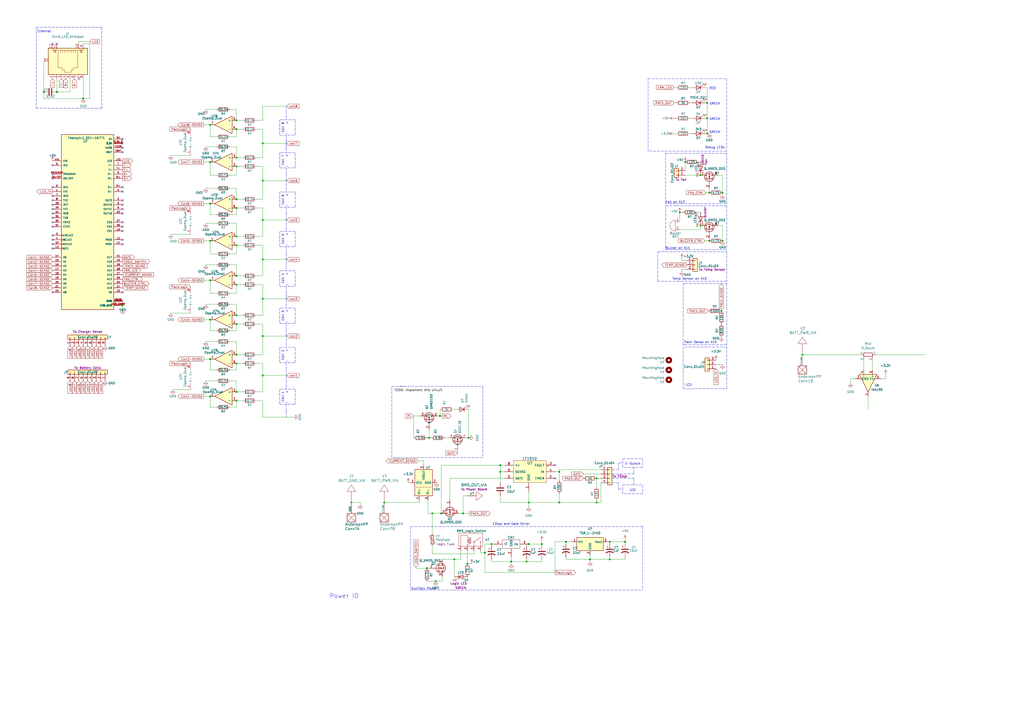
<source format=kicad_sch>
(kicad_sch (version 20211123) (generator eeschema)
  (paper "A2")
  (junction (at 152.4 217.805))
  (junction (at 271.78 254))
  (junction (at 411.48 139.7))
  (junction (at 152.4 173.355))
  (junction (at 419.1 111.76))
  (junction (at 33.02 53.34))
  (junction (at 285.115 315.595))
  (junction (at 406.4 101.6))
  (junction (at 137.16 165.1))
  (junction (at 152.4 104.775))
  (junction (at 342.265 324.485))
  (junction (at 137.16 120.65))
  (junction (at 247.65 329.565))
  (junction (at 137.16 160.02))
  (junction (at 137.16 115.57))
  (junction (at 121.92 185.42))
  (junction (at 137.16 210.82))
  (junction (at 137.16 91.44))
  (junction (at 248.92 254))
  (junction (at 121.92 229.87))
  (junction (at 255.27 241.3))
  (junction (at 346.075 291.465))
  (junction (at 121.92 93.98))
  (junction (at 406.4 130.81))
  (junction (at 222.885 291.465))
  (junction (at 306.705 291.465))
  (junction (at 314.325 315.595))
  (junction (at 203.835 291.465))
  (junction (at 137.16 227.33))
  (junction (at 306.705 315.595))
  (junction (at 271.145 327.025))
  (junction (at 137.16 69.85))
  (junction (at 410.21 77.47))
  (junction (at 353.695 314.325))
  (junction (at 137.16 232.41))
  (junction (at 152.4 127.635))
  (junction (at 25.4 53.34))
  (junction (at 418.465 180.34))
  (junction (at 137.16 74.93))
  (junction (at 281.305 320.675))
  (junction (at 121.92 139.7))
  (junction (at 137.16 96.52))
  (junction (at 324.485 273.685))
  (junction (at 255.905 297.815))
  (junction (at 250.825 297.815))
  (junction (at 48.26 57.15))
  (junction (at 362.585 314.325))
  (junction (at 397.51 93.98))
  (junction (at 324.485 291.465))
  (junction (at 71.12 177.165))
  (junction (at 121.92 208.28))
  (junction (at 137.16 137.16))
  (junction (at 305.435 325.755))
  (junction (at 419.1 139.7))
  (junction (at 152.4 150.495))
  (junction (at 137.16 142.24))
  (junction (at 465.455 205.74))
  (junction (at 268.605 297.815))
  (junction (at 252.73 337.185))
  (junction (at 290.195 273.685))
  (junction (at 121.92 118.11))
  (junction (at 328.295 314.325))
  (junction (at 411.48 111.76))
  (junction (at 346.075 277.495))
  (junction (at 410.21 68.58))
  (junction (at 296.545 325.755))
  (junction (at 410.21 59.69))
  (junction (at 137.16 182.88))
  (junction (at 152.4 194.945))
  (junction (at 121.92 162.56))
  (junction (at 137.16 205.74))
  (junction (at 394.335 123.19))
  (junction (at 137.16 187.96))
  (junction (at 353.695 324.485))
  (junction (at 121.92 72.39))
  (junction (at 263.525 324.485))
  (junction (at 152.4 83.185))
  (junction (at 290.195 269.875))
  (no_connect (at 71.12 169.545))
  (no_connect (at 30.48 169.545))
  (no_connect (at 71.12 88.265))
  (no_connect (at 71.12 83.185))
  (no_connect (at 30.48 108.585))
  (no_connect (at 30.48 95.885))
  (no_connect (at 71.12 128.905))
  (no_connect (at 71.12 133.985))
  (no_connect (at 71.12 85.725))
  (no_connect (at 30.48 128.905))
  (no_connect (at 71.12 111.125))
  (no_connect (at 71.12 121.285))
  (no_connect (at 321.945 269.875))
  (no_connect (at 30.48 123.825))
  (no_connect (at 45.72 45.72))
  (no_connect (at 30.48 118.745))
  (no_connect (at 71.12 139.065))
  (no_connect (at 30.48 121.285))
  (no_connect (at 30.48 25.4))
  (no_connect (at 30.48 100.965))
  (no_connect (at 30.48 144.145))
  (no_connect (at 30.48 113.665))
  (no_connect (at 30.48 136.525))
  (no_connect (at 30.48 139.065))
  (no_connect (at 33.02 25.4))
  (no_connect (at 30.48 103.505))
  (no_connect (at 321.945 277.495))
  (no_connect (at 71.12 118.745))
  (no_connect (at 71.12 141.605))
  (no_connect (at 30.48 126.365))
  (no_connect (at 30.48 131.445))
  (no_connect (at 71.12 116.205))
  (no_connect (at 71.12 80.645))
  (no_connect (at 71.12 131.445))
  (no_connect (at 71.12 123.825))
  (no_connect (at 30.48 141.605))
  (no_connect (at 30.48 116.205))
  (no_connect (at 71.12 108.585))
  (polyline (pts (xy 396.24 164.465) (xy 397.51 164.465)))
  (wire (pts (xy 152.4 61.595) (xy 166.37 61.595)))
  (polyline (pts (xy 166.116 106.299) (xy 166.116 111.379)))
  (wire (pts (xy 305.435 325.755) (xy 296.545 325.755)))
  (wire (pts (xy 148.59 120.65) (xy 152.4 120.65)))
  (polyline (pts (xy 244.475 342.265) (xy 372.745 342.265)))
  (wire (pts (xy 152.4 61.595) (xy 152.4 69.85)))
  (polyline (pts (xy 227.33 265.43) (xy 227.33 224.155)))
  (wire (pts (xy 254 241.3) (xy 255.27 241.3)))
  (wire (pts (xy 137.16 187.96) (xy 140.97 187.96)))
  (wire (pts (xy 137.16 115.57) (xy 140.97 115.57)))
  (wire (pts (xy 118.11 93.98) (xy 121.92 93.98)))
  (wire (pts (xy 513.715 217.17) (xy 513.715 219.71)))
  (wire (pts (xy 118.11 118.11) (xy 121.92 118.11)))
  (wire (pts (xy 506.095 209.55) (xy 506.095 214.63)))
  (wire (pts (xy 152.4 165.1) (xy 152.4 173.355)))
  (wire (pts (xy 305.435 315.595) (xy 305.435 316.865)))
  (polyline (pts (xy 59.055 15.875) (xy 59.055 62.865)))
  (polyline (pts (xy 361.315 271.145) (xy 361.315 266.065)))
  (wire (pts (xy 152.4 127.635) (xy 152.4 120.65)))
  (wire (pts (xy 406.4 133.35) (xy 406.4 130.81)))
  (wire (pts (xy 137.16 96.52) (xy 140.97 96.52)))
  (polyline (pts (xy 166.116 196.469) (xy 166.116 201.549)))
  (polyline (pts (xy 238.125 339.725) (xy 238.125 342.265)))
  (wire (pts (xy 25.4 53.34) (xy 25.4 57.15)))
  (wire (pts (xy 256.54 337.185) (xy 252.73 337.185)))
  (wire (pts (xy 137.16 220.98) (xy 137.16 227.33)))
  (polyline (pts (xy 171.196 69.469) (xy 162.306 69.469)))
  (polyline (pts (xy 392.43 144.78) (xy 421.64 144.78)))
  (wire (pts (xy 290.195 291.465) (xy 306.705 291.465)))
  (wire (pts (xy 362.585 314.325) (xy 362.585 313.055)))
  (wire (pts (xy 208.915 291.465) (xy 208.915 292.735)))
  (wire (pts (xy 501.015 209.55) (xy 501.015 214.63)))
  (wire (pts (xy 281.305 315.595) (xy 281.305 320.675)))
  (polyline (pts (xy 238.125 305.435) (xy 238.125 333.375)))
  (polyline (pts (xy 381.635 146.05) (xy 421.64 146.05)))
  (polyline (pts (xy 386.08 118.11) (xy 392.43 118.11)))
  (wire (pts (xy 148.59 232.41) (xy 152.4 232.41)))
  (wire (pts (xy 133.35 153.67) (xy 137.16 153.67)))
  (wire (pts (xy 290.195 269.875) (xy 290.195 273.685)))
  (wire (pts (xy 133.35 124.46) (xy 137.16 124.46)))
  (wire (pts (xy 25.4 57.15) (xy 48.26 57.15)))
  (wire (pts (xy 398.145 151.13) (xy 395.605 151.13)))
  (wire (pts (xy 395.605 151.13) (xy 395.605 149.86)))
  (polyline (pts (xy 166.116 210.439) (xy 166.116 214.249)))
  (polyline (pts (xy 171.196 201.549) (xy 162.306 201.549)))
  (wire (pts (xy 465.455 205.74) (xy 465.455 207.01)))
  (wire (pts (xy 125.73 191.77) (xy 121.92 191.77)))
  (polyline (pts (xy 166.116 129.159) (xy 166.116 134.239)))
  (wire (pts (xy 245.745 267.335) (xy 241.935 267.335)))
  (wire (pts (xy 268.605 287.655) (xy 268.605 297.815)))
  (wire (pts (xy 119.38 220.98) (xy 125.73 220.98)))
  (wire (pts (xy 25.4 35.56) (xy 25.4 53.34)))
  (wire (pts (xy 137.16 191.77) (xy 137.16 187.96)))
  (wire (pts (xy 391.16 59.69) (xy 392.43 59.69)))
  (wire (pts (xy 137.16 85.09) (xy 133.35 85.09)))
  (polyline (pts (xy 166.116 64.389) (xy 166.116 69.469)))
  (wire (pts (xy 148.59 137.16) (xy 152.4 137.16)))
  (wire (pts (xy 133.35 109.22) (xy 137.16 109.22)))
  (polyline (pts (xy 166.116 220.599) (xy 166.116 225.679)))
  (wire (pts (xy 240.03 254) (xy 240.03 241.3)))
  (polyline (pts (xy 375.92 87.63) (xy 375.92 45.72)))
  (polyline (pts (xy 280.035 265.43) (xy 227.33 265.43)))
  (polyline (pts (xy 166.116 169.799) (xy 166.116 173.609)))
  (polyline (pts (xy 361.315 286.385) (xy 361.315 281.305)))
  (wire (pts (xy 243.205 290.195) (xy 243.205 291.465)))
  (wire (pts (xy 137.16 69.85) (xy 140.97 69.85)))
  (wire (pts (xy 324.485 291.465) (xy 346.075 291.465)))
  (wire (pts (xy 148.59 142.24) (xy 152.4 142.24)))
  (wire (pts (xy 400.05 68.58) (xy 401.32 68.58)))
  (wire (pts (xy 255.27 241.3) (xy 255.27 237.49)))
  (wire (pts (xy 137.16 214.63) (xy 137.16 210.82)))
  (wire (pts (xy 152.4 104.775) (xy 152.4 115.57)))
  (wire (pts (xy 148.59 115.57) (xy 152.4 115.57)))
  (wire (pts (xy 271.78 254) (xy 271.78 237.49)))
  (wire (pts (xy 314.325 315.595) (xy 314.325 313.69)))
  (wire (pts (xy 410.21 68.58) (xy 410.21 59.69)))
  (wire (pts (xy 290.195 273.685) (xy 292.735 273.685)))
  (wire (pts (xy 346.075 290.195) (xy 346.075 291.465)))
  (polyline (pts (xy 421.64 87.63) (xy 375.92 87.63)))
  (wire (pts (xy 391.16 50.8) (xy 392.43 50.8)))
  (wire (pts (xy 118.11 185.42) (xy 121.92 185.42)))
  (wire (pts (xy 137.16 120.65) (xy 140.97 120.65)))
  (polyline (pts (xy 396.24 200.025) (xy 397.51 200.025)))
  (wire (pts (xy 137.16 91.44) (xy 140.97 91.44)))
  (polyline (pts (xy 166.116 126.619) (xy 166.116 129.159)))
  (wire (pts (xy 148.59 205.74) (xy 152.4 205.74)))
  (wire (pts (xy 250.825 297.815) (xy 255.905 297.815)))
  (polyline (pts (xy 166.116 214.249) (xy 166.116 218.059)))
  (wire (pts (xy 148.59 160.02) (xy 152.4 160.02)))
  (wire (pts (xy 133.35 214.63) (xy 137.16 214.63)))
  (wire (pts (xy 348.615 280.035) (xy 348.615 291.465)))
  (wire (pts (xy 265.43 262.89) (xy 265.43 261.62)))
  (wire (pts (xy 278.765 320.675) (xy 281.305 320.675)))
  (wire (pts (xy 250.825 321.31) (xy 274.955 321.31)))
  (wire (pts (xy 137.16 124.46) (xy 137.16 120.65)))
  (wire (pts (xy 321.945 332.105) (xy 281.305 332.105)))
  (wire (pts (xy 203.835 291.465) (xy 208.915 291.465)))
  (wire (pts (xy 418.465 180.34) (xy 418.465 179.07)))
  (wire (pts (xy 348.615 272.415) (xy 324.485 272.415)))
  (polyline (pts (xy 171.196 187.579) (xy 171.196 178.689)))
  (wire (pts (xy 118.11 72.39) (xy 121.92 72.39)))
  (wire (pts (xy 170.18 241.935) (xy 152.4 241.935)))
  (wire (pts (xy 240.03 241.3) (xy 243.84 241.3)))
  (wire (pts (xy 148.59 69.85) (xy 152.4 69.85)))
  (wire (pts (xy 267.335 319.405) (xy 267.335 324.485)))
  (polyline (pts (xy 372.745 305.435) (xy 372.745 342.265)))
  (wire (pts (xy 152.4 232.41) (xy 152.4 241.935)))
  (polyline (pts (xy 354.965 280.035) (xy 358.775 280.035)))
  (polyline (pts (xy 162.306 97.409) (xy 171.196 97.409)))
  (polyline (pts (xy 375.92 45.72) (xy 421.64 45.72)))
  (wire (pts (xy 152.4 127.635) (xy 166.37 127.635)))
  (wire (pts (xy 45.72 25.4) (xy 45.72 24.13)))
  (polyline (pts (xy 361.315 281.305) (xy 372.745 281.305)))
  (wire (pts (xy 236.855 280.035) (xy 238.125 280.035)))
  (wire (pts (xy 328.295 324.485) (xy 342.265 324.485)))
  (wire (pts (xy 133.35 129.54) (xy 137.16 129.54)))
  (wire (pts (xy 255.27 241.3) (xy 256.54 241.3)))
  (polyline (pts (xy 421.64 164.465) (xy 421.64 200.025)))
  (polyline (pts (xy 59.055 62.865) (xy 20.955 62.865)))
  (wire (pts (xy 324.485 273.685) (xy 324.485 278.765)))
  (wire (pts (xy 148.59 210.82) (xy 152.4 210.82)))
  (wire (pts (xy 148.59 91.44) (xy 152.4 91.44)))
  (polyline (pts (xy 386.08 114.3) (xy 386.08 118.11)))
  (polyline (pts (xy 372.745 266.065) (xy 372.745 271.145)))
  (polyline (pts (xy 397.51 164.465) (xy 421.64 164.465)))
  (polyline (pts (xy 162.306 134.239) (xy 162.306 143.129)))
  (wire (pts (xy 346.075 277.495) (xy 348.615 277.495)))
  (polyline (pts (xy 358.775 280.035) (xy 358.775 283.845)))
  (wire (pts (xy 250.825 316.865) (xy 250.825 321.31)))
  (wire (pts (xy 203.835 290.195) (xy 203.835 291.465)))
  (wire (pts (xy 125.73 214.63) (xy 121.92 214.63)))
  (wire (pts (xy 152.4 210.82) (xy 152.4 217.805)))
  (wire (pts (xy 243.205 291.465) (xy 222.885 291.465)))
  (wire (pts (xy 133.35 147.32) (xy 137.16 147.32)))
  (polyline (pts (xy 166.116 120.269) (xy 166.116 124.079)))
  (wire (pts (xy 408.94 50.8) (xy 410.21 50.8)))
  (wire (pts (xy 48.26 57.15) (xy 52.07 57.15)))
  (wire (pts (xy 328.295 314.325) (xy 328.295 315.595)))
  (wire (pts (xy 125.73 236.22) (xy 121.92 236.22)))
  (wire (pts (xy 52.07 25.4) (xy 52.07 57.15)))
  (wire (pts (xy 121.92 191.77) (xy 121.92 185.42)))
  (polyline (pts (xy 372.745 286.385) (xy 361.315 286.385)))
  (polyline (pts (xy 354.965 272.415) (xy 358.775 272.415)))
  (wire (pts (xy 395.605 156.21) (xy 398.145 156.21)))
  (polyline (pts (xy 421.64 225.425) (xy 421.64 201.295)))
  (polyline (pts (xy 166.116 149.479) (xy 166.116 152.019)))
  (wire (pts (xy 40.64 53.34) (xy 33.02 53.34)))
  (wire (pts (xy 137.16 129.54) (xy 137.16 137.16)))
  (polyline (pts (xy 162.306 210.439) (xy 171.196 210.439)))
  (polyline (pts (xy 238.125 305.435) (xy 240.665 305.435)))
  (wire (pts (xy 71.12 177.165) (xy 71.12 179.705)))
  (wire (pts (xy 263.525 324.485) (xy 263.525 334.645)))
  (wire (pts (xy 133.35 236.22) (xy 137.16 236.22)))
  (wire (pts (xy 411.48 109.22) (xy 411.48 111.76)))
  (wire (pts (xy 248.285 297.815) (xy 248.285 290.195)))
  (wire (pts (xy 118.11 208.28) (xy 121.92 208.28)))
  (wire (pts (xy 408.94 68.58) (xy 410.21 68.58)))
  (wire (pts (xy 342.265 321.945) (xy 342.265 324.485)))
  (polyline (pts (xy 166.116 83.439) (xy 166.116 88.519)))
  (polyline (pts (xy 421.64 119.38) (xy 421.64 144.78)))
  (polyline (pts (xy 171.196 210.439) (xy 171.196 201.549)))
  (polyline (pts (xy 171.196 157.099) (xy 162.306 157.099)))
  (wire (pts (xy 152.4 217.805) (xy 166.37 217.805)))
  (polyline (pts (xy 171.196 120.269) (xy 171.196 111.379)))
  (wire (pts (xy 125.73 147.32) (xy 121.92 147.32)))
  (wire (pts (xy 419.1 101.6) (xy 419.1 111.76)))
  (wire (pts (xy 241.3 329.565) (xy 247.65 329.565)))
  (wire (pts (xy 397.51 101.6) (xy 406.4 101.6)))
  (wire (pts (xy 281.305 315.595) (xy 285.115 315.595)))
  (wire (pts (xy 121.92 147.32) (xy 121.92 139.7)))
  (wire (pts (xy 255.905 269.875) (xy 255.905 297.815)))
  (wire (pts (xy 133.35 170.18) (xy 137.16 170.18)))
  (wire (pts (xy 296.545 323.215) (xy 296.545 325.755)))
  (wire (pts (xy 248.92 254) (xy 250.19 254)))
  (wire (pts (xy 408.94 77.47) (xy 410.21 77.47)))
  (polyline (pts (xy 171.196 178.689) (xy 162.306 178.689)))
  (polyline (pts (xy 166.116 165.989) (xy 166.116 169.799)))
  (wire (pts (xy 137.16 74.93) (xy 137.16 79.375)))
  (wire (pts (xy 248.92 254) (xy 248.92 248.92)))
  (wire (pts (xy 324.485 272.415) (xy 324.485 273.685)))
  (wire (pts (xy 118.11 229.87) (xy 121.92 229.87)))
  (polyline (pts (xy 171.196 165.989) (xy 171.196 157.099)))
  (wire (pts (xy 260.985 290.195) (xy 260.985 277.495)))
  (wire (pts (xy 419.1 111.76) (xy 419.1 113.03)))
  (wire (pts (xy 296.545 325.755) (xy 285.115 325.755)))
  (polyline (pts (xy 162.306 157.099) (xy 162.306 165.989)))
  (wire (pts (xy 152.4 142.24) (xy 152.4 150.495)))
  (wire (pts (xy 119.38 109.22) (xy 125.73 109.22)))
  (wire (pts (xy 121.92 208.28) (xy 121.92 214.63)))
  (polyline (pts (xy 361.315 266.065) (xy 372.745 266.065)))
  (wire (pts (xy 137.16 170.18) (xy 137.16 165.1)))
  (wire (pts (xy 391.16 68.58) (xy 392.43 68.58)))
  (polyline (pts (xy 367.665 274.955) (xy 367.665 271.145)))
  (polyline (pts (xy 162.306 69.469) (xy 162.306 78.359)))
  (wire (pts (xy 338.455 274.955) (xy 348.615 274.955)))
  (wire (pts (xy 137.16 182.88) (xy 140.97 182.88)))
  (polyline (pts (xy 354.965 274.955) (xy 367.665 274.955)))
  (wire (pts (xy 222.885 290.195) (xy 222.885 291.465)))
  (wire (pts (xy 465.455 205.74) (xy 498.475 205.74)))
  (polyline (pts (xy 231.775 224.155) (xy 280.035 224.155)))
  (wire (pts (xy 137.16 227.33) (xy 140.97 227.33)))
  (wire (pts (xy 296.545 325.755) (xy 296.545 327.025)))
  (wire (pts (xy 99.06 90.17) (xy 110.49 90.17)))
  (polyline (pts (xy 386.08 119.38) (xy 386.08 144.78)))
  (polyline (pts (xy 166.116 103.759) (xy 166.116 106.299)))
  (wire (pts (xy 328.295 314.325) (xy 332.105 314.325)))
  (wire (pts (xy 268.605 297.815) (xy 272.415 297.815)))
  (wire (pts (xy 121.92 79.375) (xy 121.92 72.39)))
  (wire (pts (xy 121.92 118.11) (xy 121.92 124.46)))
  (wire (pts (xy 353.695 314.325) (xy 362.585 314.325)))
  (polyline (pts (xy 162.306 201.549) (xy 162.306 210.439)))
  (wire (pts (xy 121.92 101.6) (xy 121.92 93.98)))
  (wire (pts (xy 508.635 205.74) (xy 536.575 205.74)))
  (polyline (pts (xy 372.745 305.435) (xy 244.475 305.435)))
  (polyline (pts (xy 166.116 187.579) (xy 166.116 191.389)))
  (wire (pts (xy 405.13 93.98) (xy 406.4 93.98)))
  (wire (pts (xy 285.115 325.755) (xy 285.115 324.485)))
  (polyline (pts (xy 240.665 305.435) (xy 244.475 305.435)))
  (wire (pts (xy 137.16 236.22) (xy 137.16 232.41)))
  (polyline (pts (xy 166.116 171.069) (xy 166.116 173.609)))
  (wire (pts (xy 152.4 83.185) (xy 166.37 83.185)))
  (wire (pts (xy 362.585 314.325) (xy 362.585 315.595)))
  (wire (pts (xy 415.29 211.455) (xy 419.1 211.455)))
  (wire (pts (xy 148.59 165.1) (xy 152.4 165.1)))
  (wire (pts (xy 247.65 337.185) (xy 252.73 337.185)))
  (polyline (pts (xy 386.08 119.38) (xy 392.43 119.38)))
  (polyline (pts (xy 166.116 61.849) (xy 166.116 64.389)))
  (wire (pts (xy 119.38 153.67) (xy 125.73 153.67)))
  (wire (pts (xy 152.4 150.495) (xy 166.37 150.495)))
  (polyline (pts (xy 162.306 111.379) (xy 162.306 120.269)))
  (wire (pts (xy 513.715 219.71) (xy 511.175 219.71)))
  (polyline (pts (xy 386.08 88.9) (xy 392.43 88.9)))
  (wire (pts (xy 152.4 74.93) (xy 152.4 83.185)))
  (wire (pts (xy 137.16 96.52) (xy 137.16 101.6)))
  (polyline (pts (xy 358.775 272.415) (xy 358.775 268.605)))
  (wire (pts (xy 137.16 137.16) (xy 140.97 137.16)))
  (polyline (pts (xy 381.635 163.195) (xy 381.635 146.05)))
  (wire (pts (xy 256.54 324.485) (xy 263.525 324.485)))
  (polyline (pts (xy 227.33 224.155) (xy 234.95 224.155)))
  (polyline (pts (xy 396.24 201.295) (xy 396.24 225.425)))
  (wire (pts (xy 395.605 157.48) (xy 395.605 156.21)))
  (wire (pts (xy 119.38 85.09) (xy 125.73 85.09)))
  (polyline (pts (xy 166.116 152.019) (xy 166.116 157.099)))
  (wire (pts (xy 137.16 160.02) (xy 140.97 160.02)))
  (wire (pts (xy 495.935 219.71) (xy 493.395 219.71)))
  (wire (pts (xy 137.16 198.12) (xy 137.16 205.74)))
  (polyline (pts (xy 396.24 225.425) (xy 421.64 225.425)))
  (wire (pts (xy 321.945 332.105) (xy 321.945 314.325)))
  (polyline (pts (xy 240.665 342.265) (xy 244.475 342.265)))
  (wire (pts (xy 306.705 291.465) (xy 306.705 294.005)))
  (wire (pts (xy 152.4 127.635) (xy 152.4 137.16)))
  (wire (pts (xy 271.145 319.405) (xy 271.145 327.025)))
  (wire (pts (xy 152.4 150.495) (xy 152.4 160.02)))
  (wire (pts (xy 137.16 63.5) (xy 137.16 69.85)))
  (wire (pts (xy 410.21 77.47) (xy 410.21 68.58)))
  (wire (pts (xy 100.33 226.06) (xy 110.49 226.06)))
  (wire (pts (xy 290.195 269.875) (xy 292.735 269.875)))
  (polyline (pts (xy 166.116 82.169) (xy 166.116 85.979)))
  (wire (pts (xy 362.585 324.485) (xy 353.695 324.485)))
  (wire (pts (xy 271.145 327.025) (xy 273.685 327.025)))
  (wire (pts (xy 321.945 314.325) (xy 328.295 314.325)))
  (wire (pts (xy 503.555 229.87) (xy 503.555 237.49)))
  (polyline (pts (xy 392.43 119.38) (xy 421.64 119.38)))
  (wire (pts (xy 281.305 320.675) (xy 281.305 332.105)))
  (wire (pts (xy 346.075 277.495) (xy 346.075 282.575)))
  (polyline (pts (xy 171.196 225.679) (xy 162.306 225.679)))
  (polyline (pts (xy 166.116 193.929) (xy 166.116 196.469)))
  (wire (pts (xy 133.35 79.375) (xy 137.16 79.375)))
  (wire (pts (xy 152.4 104.775) (xy 166.37 104.775)))
  (wire (pts (xy 119.38 176.53) (xy 125.73 176.53)))
  (wire (pts (xy 133.35 198.12) (xy 137.16 198.12)))
  (wire (pts (xy 137.16 165.1) (xy 140.97 165.1)))
  (polyline (pts (xy 171.196 78.359) (xy 171.196 69.469)))
  (wire (pts (xy 410.21 59.69) (xy 410.21 50.8)))
  (polyline (pts (xy 166.116 80.899) (xy 166.116 83.439)))
  (polyline (pts (xy 166.116 238.379) (xy 166.116 242.189)))
  (polyline (pts (xy 358.775 268.605) (xy 361.315 268.605)))
  (wire (pts (xy 416.56 130.81) (xy 419.1 130.81)))
  (wire (pts (xy 324.485 286.385) (xy 324.485 291.465)))
  (wire (pts (xy 394.335 133.35) (xy 406.4 133.35)))
  (wire (pts (xy 125.73 79.375) (xy 121.92 79.375)))
  (polyline (pts (xy 162.306 88.519) (xy 162.306 97.409)))
  (polyline (pts (xy 171.196 134.239) (xy 162.306 134.239)))
  (wire (pts (xy 362.585 323.215) (xy 362.585 324.485)))
  (wire (pts (xy 278.765 319.405) (xy 278.765 320.675)))
  (wire (pts (xy 409.575 111.76) (xy 411.48 111.76)))
  (polyline (pts (xy 162.306 225.679) (xy 162.306 234.569)))
  (wire (pts (xy 342.265 324.485) (xy 342.265 325.755)))
  (wire (pts (xy 353.695 323.215) (xy 353.695 324.485)))
  (polyline (pts (xy 166.116 78.359) (xy 166.116 82.169)))
  (wire (pts (xy 137.16 109.22) (xy 137.16 115.57)))
  (wire (pts (xy 33.02 45.72) (xy 33.02 53.34)))
  (polyline (pts (xy 392.43 88.9) (xy 421.64 88.9)))
  (wire (pts (xy 290.195 273.685) (xy 290.195 280.035)))
  (polyline (pts (xy 20.955 15.875) (xy 20.955 62.865)))
  (wire (pts (xy 45.72 24.13) (xy 52.07 24.13)))
  (wire (pts (xy 152.4 83.185) (xy 152.4 91.44)))
  (polyline (pts (xy 392.43 118.11) (xy 421.64 118.11)))
  (wire (pts (xy 119.38 129.54) (xy 125.73 129.54)))
  (wire (pts (xy 133.35 191.77) (xy 137.16 191.77)))
  (wire (pts (xy 353.695 314.325) (xy 353.695 315.595)))
  (wire (pts (xy 133.35 220.98) (xy 137.16 220.98)))
  (polyline (pts (xy 171.196 143.129) (xy 171.196 134.239)))
  (wire (pts (xy 118.11 162.56) (xy 121.92 162.56)))
  (wire (pts (xy 306.705 291.465) (xy 324.485 291.465)))
  (polyline (pts (xy 166.116 218.059) (xy 166.116 220.599)))
  (wire (pts (xy 40.64 45.72) (xy 40.64 53.34)))
  (wire (pts (xy 397.51 93.98) (xy 397.51 99.06)))
  (wire (pts (xy 203.835 291.465) (xy 203.835 292.735)))
  (wire (pts (xy 255.905 269.875) (xy 290.195 269.875)))
  (polyline (pts (xy 354.965 277.495) (xy 367.665 277.495)))
  (wire (pts (xy 152.4 194.945) (xy 152.4 187.96)))
  (wire (pts (xy 137.16 210.82) (xy 140.97 210.82)))
  (polyline (pts (xy 358.775 283.845) (xy 361.315 283.845)))
  (wire (pts (xy 493.395 219.71) (xy 493.395 222.25)))
  (wire (pts (xy 262.89 237.49) (xy 264.16 237.49)))
  (wire (pts (xy 306.705 315.595) (xy 314.325 315.595)))
  (wire (pts (xy 270.51 254) (xy 271.78 254)))
  (wire (pts (xy 137.16 91.44) (xy 137.16 85.09)))
  (wire (pts (xy 247.65 329.565) (xy 248.92 329.565)))
  (wire (pts (xy 152.4 217.805) (xy 152.4 227.33)))
  (polyline (pts (xy 421.64 200.025) (xy 397.51 200.025)))
  (wire (pts (xy 222.885 291.465) (xy 222.885 292.735)))
  (wire (pts (xy 52.07 25.4) (xy 48.26 25.4)))
  (wire (pts (xy 152.4 194.945) (xy 152.4 205.74)))
  (wire (pts (xy 250.825 297.815) (xy 248.285 297.815)))
  (polyline (pts (xy 166.116 173.609) (xy 166.116 178.689)))
  (wire (pts (xy 306.705 285.115) (xy 306.705 291.465)))
  (wire (pts (xy 148.59 227.33) (xy 152.4 227.33)))
  (wire (pts (xy 268.605 287.655) (xy 271.145 287.655)))
  (wire (pts (xy 137.16 205.74) (xy 140.97 205.74)))
  (wire (pts (xy 137.16 74.93) (xy 140.97 74.93)))
  (polyline (pts (xy 162.306 187.579) (xy 171.196 187.579)))
  (wire (pts (xy 121.92 124.46) (xy 125.73 124.46)))
  (wire (pts (xy 353.695 324.485) (xy 342.265 324.485)))
  (wire (pts (xy 256.54 334.645) (xy 256.54 337.185)))
  (wire (pts (xy 400.05 77.47) (xy 401.32 77.47)))
  (polyline (pts (xy 421.64 146.05) (xy 421.64 163.195)))
  (wire (pts (xy 346.075 291.465) (xy 348.615 291.465)))
  (wire (pts (xy 391.16 77.47) (xy 392.43 77.47)))
  (wire (pts (xy 71.12 174.625) (xy 71.12 177.165)))
  (polyline (pts (xy 280.035 224.155) (xy 280.035 265.43)))
  (wire (pts (xy 408.94 59.69) (xy 410.21 59.69)))
  (wire (pts (xy 250.825 297.815) (xy 250.825 309.245)))
  (polyline (pts (xy 421.64 114.3) (xy 421.64 118.11)))
  (wire (pts (xy 148.59 182.88) (xy 152.4 182.88)))
  (wire (pts (xy 148.59 96.52) (xy 152.4 96.52)))
  (polyline (pts (xy 166.116 234.569) (xy 166.116 238.379)))
  (wire (pts (xy 328.295 323.215) (xy 328.295 324.485)))
  (wire (pts (xy 133.35 63.5) (xy 137.16 63.5)))
  (polyline (pts (xy 166.116 97.409) (xy 166.116 101.219)))
  (wire (pts (xy 133.35 176.53) (xy 137.16 176.53)))
  (wire (pts (xy 152.4 173.355) (xy 166.37 173.355)))
  (polyline (pts (xy 171.196 97.409) (xy 171.196 88.519)))
  (polyline (pts (xy 421.64 163.195) (xy 381.635 163.195)))
  (wire (pts (xy 119.38 63.5) (xy 125.73 63.5)))
  (wire (pts (xy 152.4 173.355) (xy 152.4 182.88)))
  (polyline (pts (xy 166.116 124.079) (xy 166.116 127.889)))
  (polyline (pts (xy 162.306 234.569) (xy 171.196 234.569)))
  (wire (pts (xy 118.11 139.7) (xy 121.92 139.7)))
  (wire (pts (xy 285.115 315.595) (xy 286.385 315.595)))
  (wire (pts (xy 133.35 101.6) (xy 137.16 101.6)))
  (wire (pts (xy 99.06 181.61) (xy 110.49 181.61)))
  (wire (pts (xy 394.335 123.19) (xy 396.24 123.19)))
  (polyline (pts (xy 421.64 45.72) (xy 421.64 87.63)))
  (polyline (pts (xy 372.745 271.145) (xy 361.315 271.145)))
  (wire (pts (xy 290.195 287.655) (xy 290.195 291.465)))
  (polyline (pts (xy 171.196 234.569) (xy 171.196 225.679)))
  (wire (pts (xy 400.05 50.8) (xy 401.32 50.8)))
  (wire (pts (xy 48.26 45.72) (xy 48.26 57.15)))
  (polyline (pts (xy 162.306 78.359) (xy 171.196 78.359)))
  (polyline (pts (xy 162.306 178.689) (xy 162.306 187.579)))
  (polyline (pts (xy 166.116 143.129) (xy 166.116 146.939)))
  (wire (pts (xy 352.425 314.325) (xy 353.695 314.325)))
  (wire (pts (xy 305.435 315.595) (xy 306.705 315.595)))
  (polyline (pts (xy 372.745 281.305) (xy 372.745 286.385)))
  (polyline (pts (xy 20.955 15.875) (xy 59.055 15.875)))
  (wire (pts (xy 121.92 236.22) (xy 121.92 229.87)))
  (wire (pts (xy 263.525 324.485) (xy 267.335 324.485)))
  (wire (pts (xy 257.81 254) (xy 260.35 254)))
  (wire (pts (xy 266.065 297.815) (xy 268.605 297.815)))
  (polyline (pts (xy 396.24 200.025) (xy 396.24 164.465)))
  (polyline (pts (xy 162.306 165.989) (xy 171.196 165.989)))
  (wire (pts (xy 260.985 277.495) (xy 292.735 277.495)))
  (polyline (pts (xy 162.306 120.269) (xy 171.196 120.269)))
  (wire (pts (xy 403.86 123.19) (xy 406.4 123.19)))
  (wire (pts (xy 394.335 123.19) (xy 394.335 128.27)))
  (wire (pts (xy 137.16 153.67) (xy 137.16 160.02)))
  (wire (pts (xy 408.94 139.7) (xy 411.48 139.7)))
  (wire (pts (xy 314.325 315.595) (xy 314.325 316.865)))
  (polyline (pts (xy 238.125 342.265) (xy 240.665 342.265)))
  (wire (pts (xy 121.92 170.18) (xy 121.92 162.56)))
  (wire (pts (xy 148.59 187.96) (xy 152.4 187.96)))
  (wire (pts (xy 419.1 130.81) (xy 419.1 139.7)))
  (wire (pts (xy 285.115 315.595) (xy 285.115 316.865)))
  (wire (pts (xy 400.05 59.69) (xy 401.32 59.69)))
  (polyline (pts (xy 171.196 111.379) (xy 162.306 111.379)))
  (wire (pts (xy 274.955 319.405) (xy 274.955 321.31)))
  (wire (pts (xy 125.73 170.18) (xy 121.92 170.18)))
  (wire (pts (xy 99.06 135.89) (xy 110.49 135.89)))
  (wire (pts (xy 247.65 254) (xy 248.92 254)))
  (wire (pts (xy 137.16 232.41) (xy 140.97 232.41)))
  (wire (pts (xy 305.435 324.485) (xy 305.435 325.755)))
  (polyline (pts (xy 162.306 143.129) (xy 171.196 143.129)))
  (polyline (pts (xy 386.08 144.78) (xy 392.43 144.78)))
  (wire (pts (xy 314.325 324.485) (xy 314.325 325.755)))
  (polyline (pts (xy 367.665 277.495) (xy 367.665 281.305)))
  (wire (pts (xy 119.38 198.12) (xy 125.73 198.12)))
  (wire (pts (xy 245.745 269.875) (xy 245.745 267.335)))
  (polyline (pts (xy 421.64 88.9) (xy 421.64 114.3)))
  (wire (pts (xy 410.21 77.47) (xy 411.48 77.47)))
  (wire (pts (xy 148.59 74.93) (xy 152.4 74.93)))
  (wire (pts (xy 137.16 142.24) (xy 140.97 142.24)))
  (wire (pts (xy 465.455 204.47) (xy 465.455 205.74)))
  (wire (pts (xy 321.945 273.685) (xy 324.485 273.685)))
  (polyline (pts (xy 238.125 333.375) (xy 238.125 339.725)))
  (polyline (pts (xy 386.08 88.9) (xy 386.08 114.3)))
  (wire (pts (xy 152.4 96.52) (xy 152.4 104.775)))
  (polyline (pts (xy 166.116 191.389) (xy 166.116 195.199)))
  (polyline (pts (xy 171.196 88.519) (xy 162.306 88.519)))
  (wire (pts (xy 411.48 138.43) (xy 411.48 139.7)))
  (polyline (pts (xy 166.116 101.219) (xy 166.116 105.029)))
  (polyline (pts (xy 421.64 201.295) (xy 396.24 201.295)))
  (wire (pts (xy 416.56 101.6) (xy 419.1 101.6)))
  (wire (pts (xy 137.16 147.32) (xy 137.16 142.24)))
  (wire (pts (xy 137.16 176.53) (xy 137.16 182.88)))
  (wire (pts (xy 241.3 329.565) (xy 241.3 328.93)))
  (polyline (pts (xy 166.116 146.939) (xy 166.116 150.749)))
  (wire (pts (xy 305.435 325.755) (xy 314.325 325.755)))
  (wire (pts (xy 125.73 101.6) (xy 121.92 101.6)))
  (wire (pts (xy 152.4 194.945) (xy 166.37 194.945)))
  (text "+" (at 167.386 72.009 180) (effects (font (size 1.27 1.27)) (justify right bottom)))
  (text "+" (at 167.386 228.219 180) (effects (font (size 1.27 1.27)) (justify right bottom)))
  (text "+" (at 167.386 136.779 180) (effects (font (size 1.27 1.27)) (justify right bottom)))
  (text "-" (at 167.386 120.269 180) (effects (font (size 1.27 1.27)) (justify right bottom)))
  (text "-" (at 167.386 97.409 180) (effects (font (size 1.27 1.27)) (justify right bottom)))
  (text "GREEN\n" (at 411.48 60.96 0) (effects (font (size 1.27 1.27)) (justify left bottom)))
  (text "-" (at 167.386 143.129 180) (effects (font (size 1.27 1.27)) (justify right bottom)))
  (text "-" (at 167.386 234.569 180) (effects (font (size 1.27 1.27)) (justify right bottom)))
  (text "GREEN\n" (at 411.48 77.47 0) (effects (font (size 1.27 1.27)) (justify left bottom)))
  (text "-" (at 167.386 78.359 180) (effects (font (size 1.27 1.27)) (justify right bottom)))
  (text "-" (at 167.386 210.439 180) (effects (font (size 1.27 1.27)) (justify right bottom)))
  (text "RED" (at 411.48 52.07 0) (effects (font (size 1.27 1.27)) (justify left bottom)))
  (text "Temp Sensor on A10" (at 389.89 162.56 0) (effects (font (size 1.27 1.27)) (justify left bottom)))
  (text "Debug LEDs" (at 408.94 86.36 0) (effects (font (size 1.27 1.27)) (justify left bottom)))
  (text "Power IO" (at 191.135 347.345 0) (effects (font (size 2.5 2.5)) (justify left bottom)))
  (text "Auxiliary Power" (at 253.365 342.265 180) (effects (font (size 1.27 1.27)) (justify right bottom)))
  (text "Cell 8\n" (at 164.846 77.089 90) (effects (font (size 1.27 1.27)) (justify left bottom)))
  (text "Cell 4" (at 164.846 164.719 90) (effects (font (size 1.27 1.27)) (justify left bottom)))
  (text "E-Switch" (at 362.585 269.875 0) (effects (font (size 1.27 1.27)) (justify left bottom)))
  (text "Cell 3" (at 164.846 186.309 90) (effects (font (size 1.27 1.27)) (justify left bottom)))
  (text "Ethernet" (at 21.59 19.05 0) (effects (font (size 1.27 1.27)) (justify left bottom)))
  (text "Cell 6" (at 164.846 118.999 90) (effects (font (size 1.27 1.27)) (justify left bottom)))
  (text "Buzzer on A11" (at 386.08 144.78 0) (effects (font (size 1.27 1.27)) (justify left bottom)))
  (text "+" (at 167.386 181.229 180) (effects (font (size 1.27 1.27)) (justify right bottom)))
  (text "+" (at 167.386 91.059 180) (effects (font (size 1.27 1.27)) (justify right bottom)))
  (text "Cell 1" (at 164.846 233.299 90) (effects (font (size 1.27 1.27)) (justify left bottom)))
  (text "+" (at 167.386 204.089 180) (effects (font (size 1.27 1.27)) (justify right bottom)))
  (text "Cell 5" (at 164.846 141.859 90) (effects (font (size 1.27 1.27)) (justify left bottom)))
  (text "+" (at 167.386 113.919 180) (effects (font (size 1.27 1.27)) (justify right bottom)))
  (text "EStop and Gate Driver" (at 285.75 304.8 0) (effects (font (size 1.27 1.27)) (justify left bottom)))
  (text "GREEN\n" (at 411.48 69.85 0) (effects (font (size 1.27 1.27)) (justify left bottom)))
  (text "LED" (at 365.125 285.115 0) (effects (font (size 1.27 1.27)) (justify left bottom)))
  (text "+" (at 167.386 159.639 180) (effects (font (size 1.27 1.27)) (justify right bottom)))
  (text "Fan on A12" (at 386.08 118.11 0) (effects (font (size 1.27 1.27)) (justify left bottom)))
  (text "LCD" (at 397.51 224.155 0) (effects (font (size 1.27 1.27)) (justify left bottom)))
  (text "Pack Sense on A15" (at 396.875 199.39 0) (effects (font (size 1.27 1.27)) (justify left bottom)))
  (text "-" (at 167.386 165.989 180) (effects (font (size 1.27 1.27)) (justify right bottom)))
  (text "Cell 7" (at 164.846 96.139 90) (effects (font (size 1.27 1.27)) (justify left bottom)))
  (text "-" (at 167.386 187.579 180) (effects (font (size 1.27 1.27)) (justify right bottom)))
  (text "Cell 2" (at 164.846 209.169 90) (effects (font (size 1.27 1.27)) (justify left bottom)))
  (label "TODO: Implement this circuit" (at 228.6 227.33 0))
  (global_label "cell8" (shape input) (at 166.37 61.595 0) (property "Intersheet References" "${INTERSHEET_REFS}" (effects hide)))
  (global_label "LCD_TX" (shape output) (at 30.48 111.125 180) (property "Intersheet References" "${INTERSHEET_REFS}" (effects hide)))
  (global_label "Cell6-SENSE" (shape input) (at 30.48 161.925 180) (property "Intersheet References" "${INTERSHEET_REFS}" (effects hide)))
  (global_label "T-" (shape input) (at 35.56 45.72 270) (property "Intersheet References" "${INTERSHEET_REFS}" (effects hide)))
  (global_label "Cell7-SENSE" (shape input) (at 30.48 164.465 180) (property "Intersheet References" "${INTERSHEET_REFS}" (effects hide)))
  (global_label "cell2" (shape input) (at 166.37 194.945 0) (property "Intersheet References" "${INTERSHEET_REFS}" (effects hide)))
  (global_label "M1" (shape output) (at 256.54 241.3 0) (property "Intersheet References" "${INTERSHEET_REFS}" (effects hide)))
  (global_label "cell3" (shape input) (at 53.34 220.98 270) (property "Intersheet References" "${INTERSHEET_REFS}" (effects hide)))
  (global_label "CURRENT_SENSE" (shape input) (at 71.12 159.385 0) (property "Intersheet References" "${INTERSHEET_REFS}" (effects hide)))
  (global_label "PACK_OUT" (shape input) (at 391.16 59.69 180) (property "Intersheet References" "${INTERSHEET_REFS}" (effects hide)))
  (global_label "call6" (shape input) (at 45.72 220.98 270) (property "Intersheet References" "${INTERSHEET_REFS}" (effects hide)))
  (global_label "PV" (shape input) (at 240.03 241.3 180) (property "Intersheet References" "${INTERSHEET_REFS}" (effects hide)))
  (global_label "BUZZER_CTRL" (shape input) (at 408.94 139.7 180) (property "Intersheet References" "${INTERSHEET_REFS}" (effects hide)))
  (global_label "cell8" (shape input) (at 40.64 220.98 270) (property "Intersheet References" "${INTERSHEET_REFS}" (effects hide)))
  (global_label "cell1" (shape input) (at 58.42 200.66 270) (property "Intersheet References" "${INTERSHEET_REFS}" (effects hide)))
  (global_label "T+" (shape output) (at 71.12 98.425 0) (property "Intersheet References" "${INTERSHEET_REFS}" (effects hide)))
  (global_label "LOGIC_SWITCH" (shape output) (at 71.12 151.765 0) (property "Intersheet References" "${INTERSHEET_REFS}" (effects hide)))
  (global_label "cell4" (shape input) (at 50.8 220.98 270) (property "Intersheet References" "${INTERSHEET_REFS}" (effects hide)))
  (global_label "GATE" (shape input) (at 338.455 274.955 180) (property "Intersheet References" "${INTERSHEET_REFS}" (effects hide)))
  (global_label "cell8" (shape input) (at 40.64 200.66 270) (property "Intersheet References" "${INTERSHEET_REFS}" (effects hide)))
  (global_label "ERR_LED" (shape input) (at 391.16 50.8 180) (property "Intersheet References" "${INTERSHEET_REFS}" (effects hide)))
  (global_label "PackLogic" (shape output) (at 321.945 332.105 0) (property "Intersheet References" "${INTERSHEET_REFS}" (effects hide)))
  (global_label "Cell3-SENSE" (shape output) (at 118.11 185.42 180) (property "Intersheet References" "${INTERSHEET_REFS}" (effects hide)))
  (global_label "Cell8-SENSE" (shape output) (at 118.11 72.39 180) (property "Intersheet References" "${INTERSHEET_REFS}" (effects hide)))
  (global_label "ERR_LED" (shape output) (at 71.12 156.845 0) (property "Intersheet References" "${INTERSHEET_REFS}" (effects hide)))
  (global_label "PACK_OUT" (shape output) (at 272.415 297.815 0) (property "Intersheet References" "${INTERSHEET_REFS}" (effects hide)))
  (global_label "R+" (shape input) (at 38.1 45.72 270) (property "Intersheet References" "${INTERSHEET_REFS}" (effects hide)))
  (global_label "PackLogic" (shape input) (at 110.49 166.37 180) (property "Intersheet References" "${INTERSHEET_REFS}" (effects hide)))
  (global_label "Cell7-SENSE" (shape output) (at 118.11 93.98 180) (property "Intersheet References" "${INTERSHEET_REFS}" (effects hide)))
  (global_label "PackLogic" (shape input) (at 110.49 74.93 180) (property "Intersheet References" "${INTERSHEET_REFS}" (effects hide)))
  (global_label "PACK_SENSE" (shape input) (at 71.12 154.305 0) (property "Intersheet References" "${INTERSHEET_REFS}" (effects hide)))
  (global_label "Cell2-SENSE" (shape input) (at 30.48 151.765 180) (property "Intersheet References" "${INTERSHEET_REFS}" (effects hide)))
  (global_label "cell5" (shape input) (at 48.26 200.66 270) (property "Intersheet References" "${INTERSHEET_REFS}" (effects hide)))
  (global_label "Cell5-SENSE" (shape input) (at 30.48 159.385 180) (property "Intersheet References" "${INTERSHEET_REFS}" (effects hide)))
  (global_label "cell1" (shape input) (at 58.42 220.98 270) (property "Intersheet References" "${INTERSHEET_REFS}" (effects hide)))
  (global_label "FAN_CTRL" (shape input) (at 409.575 111.76 180) (property "Intersheet References" "${INTERSHEET_REFS}" (effects hide)))
  (global_label "PackLogic" (shape input) (at 110.49 120.65 180) (property "Intersheet References" "${INTERSHEET_REFS}" (effects hide)))
  (global_label "R+" (shape output) (at 71.12 103.505 0) (property "Intersheet References" "${INTERSHEET_REFS}" (effects hide)))
  (global_label "TEMP_SENSE" (shape input) (at 71.12 167.005 0) (property "Intersheet References" "${INTERSHEET_REFS}" (effects hide)))
  (global_label "BUZZER_CTRL" (shape output) (at 71.12 164.465 0) (property "Intersheet References" "${INTERSHEET_REFS}" (effects hide)))
  (global_label "T+" (shape input) (at 30.48 45.72 270) (property "Intersheet References" "${INTERSHEET_REFS}" (effects hide)))
  (global_label "T-" (shape output) (at 71.12 95.885 0) (property "Intersheet References" "${INTERSHEET_REFS}" (effects hide)))
  (global_label "PACK_OUT" (shape input) (at 338.455 277.495 180) (property "Intersheet References" "${INTERSHEET_REFS}" (effects hide)))
  (global_label "cell4" (shape input) (at 50.8 200.66 270) (property "Intersheet References" "${INTERSHEET_REFS}" (effects hide)))
  (global_label "Cell4-SENSE" (shape input) (at 30.48 156.845 180) (property "Intersheet References" "${INTERSHEET_REFS}" (effects hide)))
  (global_label "cell7" (shape input) (at 166.37 83.185 0) (property "Intersheet References" "${INTERSHEET_REFS}" (effects hide)))
  (global_label "Cell6-SENSE" (shape output) (at 118.11 118.11 180) (property "Intersheet References" "${INTERSHEET_REFS}" (effects hide)))
  (global_label "cell4" (shape input) (at 166.37 150.495 0) (property "Intersheet References" "${INTERSHEET_REFS}" (effects hide)))
  (global_label "call6" (shape input) (at 166.37 104.775 0) (property "Intersheet References" "${INTERSHEET_REFS}" (effects hide)))
  (global_label "Cell4-SENSE" (shape output) (at 118.11 162.56 180) (property "Intersheet References" "${INTERSHEET_REFS}" (effects hide)))
  (global_label "call6" (shape input) (at 45.72 200.66 270) (property "Intersheet References" "${INTERSHEET_REFS}" (effects hide)))
  (global_label "cell3" (shape input) (at 53.34 200.66 270) (property "Intersheet References" "${INTERSHEET_REFS}" (effects hide)))
  (global_label "LCD_TX" (shape input) (at 415.29 213.995 270) (property "Intersheet References" "${INTERSHEET_REFS}" (effects hide)))
  (global_label "Cell8-SENSE" (shape input) (at 30.48 167.005 180) (property "Intersheet References" "${INTERSHEET_REFS}" (effects hide)))
  (global_label "R-" (shape input) (at 43.18 45.72 270) (property "Intersheet References" "${INTERSHEET_REFS}" (effects hide)))
  (global_label "PackLogic" (shape input) (at 110.49 210.82 180) (property "Intersheet References" "${INTERSHEET_REFS}" (effects hide)))
  (global_label "PACK_OUT" (shape input) (at 410.845 180.34 180) (property "Intersheet References" "${INTERSHEET_REFS}" (effects hide)))
  (global_label "FAN_CTRL" (shape output) (at 71.12 161.925 0) (property "Intersheet References" "${INTERSHEET_REFS}" (effects hide)))
  (global_label "cell7" (shape input) (at 43.18 200.66 270) (property "Intersheet References" "${INTERSHEET_REFS}" (effects hide)))
  (global_label "PACK_SENSE" (shape output) (at 418.465 179.07 90) (property "Intersheet References" "${INTERSHEET_REFS}" (effects hide)))
  (global_label "Cell2-SENSE" (shape output) (at 118.11 208.28 180) (property "Intersheet References" "${INTERSHEET_REFS}" (effects hide)))
  (global_label "Cell1-SENSE" (shape input) (at 30.48 149.225 180) (property "Intersheet References" "${INTERSHEET_REFS}" (effects hide)))
  (global_label "cell3" (shape input) (at 166.37 173.355 0) (property "Intersheet References" "${INTERSHEET_REFS}" (effects hide)))
  (global_label "R-" (shape output) (at 71.12 100.965 0) (property "Intersheet References" "${INTERSHEET_REFS}" (effects hide)))
  (global_label "cell2" (shape input) (at 55.88 200.66 270) (property "Intersheet References" "${INTERSHEET_REFS}" (effects hide)))
  (global_label "cell5" (shape input) (at 48.26 220.98 270) (property "Intersheet References" "${INTERSHEET_REFS}" (effects hide)))
  (global_label "Cell1-SENSE" (shape output) (at 118.11 229.87 180) (property "Intersheet References" "${INTERSHEET_REFS}" (effects hide)))
  (global_label "cell7" (shape input) (at 43.18 220.98 270) (property "Intersheet References" "${INTERSHEET_REFS}" (effects hide)))
  (global_label "Cell3-SENSE" (shape input) (at 30.48 154.305 180) (property "Intersheet References" "${INTERSHEET_REFS}" (effects hide)))
  (global_label "cell1" (shape input) (at 166.37 217.805 0) (property "Intersheet References" "${INTERSHEET_REFS}" (effects hide)))
  (global_label "LED" (shape input) (at 52.07 24.13 0) (property "Intersheet References" "${INTERSHEET_REFS}" (effects hide)))
  (global_label "Cell5-SENSE" (shape output) (at 118.11 139.7 180) (property "Intersheet References" "${INTERSHEET_REFS}" (effects hide)))
  (global_label "LED" (shape output) (at 71.12 93.345 0) (property "Intersheet References" "${INTERSHEET_REFS}" (effects hide)))
  (global_label "cell2" (shape input) (at 55.88 220.98 270) (property "Intersheet References" "${INTERSHEET_REFS}" (effects hide)))
  (global_label "LOGIC_SWITCH" (shape input) (at 241.3 328.93 90) (property "Intersheet References" "${INTERSHEET_REFS}" (effects hide)))
  (global_label "TEMP_SENSE" (shape output) (at 398.145 153.67 180) (property "Intersheet References" "${INTERSHEET_REFS}" (effects hide)))
  (global_label "GATE" (shape output) (at 71.12 149.225 0) (property "Intersheet References" "${INTERSHEET_REFS}" (effects hide)))
  (global_label "cell5" (shape input) (at 166.37 127.635 0) (property "Intersheet References" "${INTERSHEET_REFS}" (effects hide)))
  (global_label "CURRENT_SENSE" (shape output) (at 241.935 267.335 180) (property "Intersheet References" "${INTERSHEET_REFS}" (effects hide)))
  (global_label "GATE" (shape input) (at 265.43 262.89 180) (property "Intersheet References" "${INTERSHEET_REFS}" (effects hide)))
  (symbol (lib_id "Device:Opamp_Dual") (at 107.95 218.44 0) (mirror y) (unit 3)
    (property "Reference" "U?" (at 104.775 218.44 90))
    (property "Value" "Opamp_Dual" (at 107.315 218.44 90))
    (property "Footprint" "Package_SO:SO-8_3.9x4.9mm_P1.27mm" (effects hide))
    (property "Datasheet" "https://www.diodes.com/assets/Datasheets/AS358-358A-358B.pdf" (effects hide))
  )
  (symbol (lib_id "MRDT_Drill_Holes:BATT_PWR_VIA") (at 276.225 287.655 270) (unit 1)
    (property "Reference" "V?" (at 272.415 286.385 90) (effects (font (size 1.524 1.524)) (justify left)))
    (property "Value" "BMS_OUT_VIA" (at 274.955 281.305 90) (effects (font (size 1.524 1.524))))
    (property "Footprint" "MRDT_Drill_Holes:BATT_PWR_VIA" (effects hide))
    (property "Description" "To Power Board" (at 274.955 283.845 90))
  )
  (symbol (lib_id "Connector_Generic:Conn_01x03") (at 403.225 153.67 0) (unit 1)
    (property "Reference" "J?" (at 405.13 152.5269 0) (effects (justify left)))
    (property "Value" "Conn_01x03" (at 405.13 154.305 0) (effects (justify left)))
    (property "Footprint" "MRDT_Connectors:MOLEX_SL_03_Vertical" (effects hide))
    (property "Datasheet" "https://www.molex.com/pdm_docs/sd/533750310_sd.pdf" (effects hide))
    (property "Description" "To Temp Sensor" (at 413.004 156.337 0))
  )
  (symbol (lib_id "Device:R") (at 243.84 254 90) (unit 1)
    (property "Reference" "R?" (at 242.5699 251.46 0) (effects (justify left)))
    (property "Value" "3.3k" (at 246.38 254 90) (effects (justify left)))
    (property "Footprint" "Resistor_SMD:R_0603_1608Metric_Pad0.98x0.95mm_HandSolder" (effects hide))
  )
  (symbol (lib_id "Device:R") (at 129.54 85.09 270) (mirror x) (unit 1)
    (property "Reference" "R?" (at 129.54 87.63 90))
    (property "Value" "36.5k" (at 129.54 85.09 90))
    (property "Footprint" "Resistor_SMD:R_0603_1608Metric_Pad0.98x0.95mm_HandSolder" (effects hide))
    (property "Datasheet" "https://www.yageo.com/upload/media/product/productsearch/datasheet/rchip/PYu-RT_1-to-0.01_RoHS_L_12.pdf" (effects hide))
  )
  (symbol (lib_id "Device:Opamp_Dual") (at 129.54 93.98 0) (mirror y) (unit 1)
    (property "Reference" "U?" (at 127 88.9 0) (effects (justify left)))
    (property "Value" "Opamp_Dual" (at 128.524 91.186 0) (effects (justify left)))
    (property "Footprint" "Package_SO:SO-8_3.9x4.9mm_P1.27mm" (effects hide))
    (property "Datasheet" "https://www.diodes.com/assets/Datasheets/AS358-358A-358B.pdf" (effects hide))
  )
  (symbol (lib_id "Device:R") (at 144.78 142.24 270) (mirror x) (unit 1)
    (property "Reference" "R?" (at 144.78 144.78 90))
    (property "Value" "46.4k" (at 144.78 142.24 90))
    (property "Footprint" "Resistor_SMD:R_0603_1608Metric_Pad0.98x0.95mm_HandSolder" (effects hide))
  )
  (symbol (lib_id "Device:LED") (at 406.4 97.79 270) (mirror x) (unit 1)
    (property "Reference" "D?" (at 405.13 95.25 0))
    (property "Value" "LED" (at 403.86 97.79 0))
    (property "Footprint" "LED_SMD:LED_0603_1608Metric_Pad1.05x0.95mm_HandSolder" (effects hide))
    (property "Datasheet" "https://optoelectronics.liteon.com/upload/download/DS22-2000-228/LTST-C191KGKT.PDF" (effects hide))
    (property "Field4" "Fan" (at 409.575 93.98 0))
    (property "Field5" "GREEN" (at 407.67 92.71 0))
  )
  (symbol (lib_id "Device:R") (at 324.485 282.575 0) (unit 1)
    (property "Reference" "R?" (at 321.945 282.575 90))
    (property "Value" "10k" (at 324.485 282.575 90))
    (property "Footprint" "Resistor_SMD:R_0603_1608Metric_Pad0.98x0.95mm_HandSolder" (effects hide))
  )
  (symbol (lib_id "Device:C_Polarized_US") (at 362.585 319.405 0) (unit 1)
    (property "Reference" "C?" (at 366.395 317.4999 0) (effects (justify left)))
    (property "Value" "10uF" (at 365.125 319.405 0) (effects (justify left)))
    (property "Footprint" "Capacitor_SMD:C_0603_1608Metric_Pad1.08x0.95mm_HandSolder" (effects hide))
  )
  (symbol (lib_id "power:GND") (at 100.33 226.06 0) (mirror y) (unit 1)
    (property "Reference" "#PWR?" (effects hide))
    (property "Value" "GND" (at 100.33 229.87 0))
  )
  (symbol (lib_id "Device:R") (at 415.29 139.7 270) (mirror x) (unit 1)
    (property "Reference" "R?" (at 415.29 137.16 90))
    (property "Value" "4.7k" (at 415.29 139.7 90))
    (property "Footprint" "Resistor_SMD:R_0603_1608Metric_Pad0.98x0.95mm_HandSolder" (effects hide))
  )
  (symbol (lib_id "Device:R") (at 144.78 187.96 270) (mirror x) (unit 1)
    (property "Reference" "R?" (at 144.78 190.5 90))
    (property "Value" "46.4k" (at 144.78 187.96 90))
    (property "Footprint" "Resistor_SMD:R_0603_1608Metric_Pad0.98x0.95mm_HandSolder" (effects hide))
  )
  (symbol (lib_id "power:GND") (at 419.1 211.455 0) (unit 1)
    (property "Reference" "#PWR?" (effects hide))
    (property "Value" "GND" (at 419.1 216.535 0))
  )
  (symbol (lib_id "Device:Q_NMOS_DGS") (at 254 329.565 0) (unit 1)
    (property "Reference" "Q?" (at 251.46 327.025 0))
    (property "Value" "Q_NMOS_DGS" (at 249.555 325.12 0))
  )
  (symbol (lib_id "Device:LED") (at 405.13 68.58 180) (unit 1)
    (property "Reference" "D?" (at 405.13 71.12 0))
    (property "Value" "5V" (at 405.13 66.04 0))
    (property "Footprint" "LED_SMD:LED_0603_1608Metric_Pad1.05x0.95mm_HandSolder" (effects hide))
    (property "Datasheet" "https://optoelectronics.liteon.com/upload/download/DS22-2000-228/LTST-C191KGKT.PDF" (effects hide))
  )
  (symbol (lib_id "Amplifier_Current:INA195") (at 503.555 222.25 270) (unit 1)
    (property "Reference" "U6" (at 508.635 223.52 90))
    (property "Value" "INA195" (at 508.635 226.06 90))
    (property "Footprint" "Package_TO_SOT_SMD:SOT-23-6" (effects hide))
    (property "Datasheet" "http://www.ti.com/lit/ds/symlink/ina193.pdf" (effects hide))
  )
  (symbol (lib_id "power:+3.3V") (at 395.605 149.86 0) (unit 1)
    (property "Reference" "#PWR?" (effects hide))
    (property "Value" "+3.3V" (at 399.415 148.59 0))
  )
  (symbol (lib_id "Device:C_Polarized_US") (at 285.115 320.675 0) (unit 1)
    (property "Reference" "C?" (at 288.29 318.7699 0) (effects (justify left)))
    (property "Value" "22uF" (at 288.29 321.3099 0) (effects (justify left)))
    (property "Footprint" "Capacitor_THT:CP_Radial_D5.0mm_P2.00mm" (effects hide))
  )
  (symbol (lib_id "MRDT_Shields:Teensy4.1_DEV-16771") (at 50.8 128.905 0) (unit 1)
    (property "Reference" "U?" (at 49.53 81.915 0))
    (property "Value" "Teensy4.1_DEV-16771" (at 50.165 80.01 0))
    (property "Footprint" "MRDT_Shields:Teensy_4_1_Ethernet" (effects hide))
    (property "Datasheet" "https://www.pjrc.com/store/teensy41.html" (effects hide))
    (property "STANDARD" "Manufacturer recommendations" (effects hide))
    (property "MAXIMUM_PACKAGE_HEIGHT" "4.07mm" (effects hide))
    (property "MANUFACTURER" "SparkFun Electronics" (effects hide))
    (property "PARTREV" "4.1" (effects hide))
  )
  (symbol (lib_id "Device:C_Polarized_US") (at 353.695 319.405 0) (unit 1)
    (property "Reference" "C?" (at 356.235 317.5 0) (effects (justify left)))
    (property "Value" "1uF" (at 355.6 319.405 0) (effects (justify left)))
    (property "Footprint" "Capacitor_SMD:C_0603_1608Metric_Pad1.08x0.95mm_HandSolder" (effects hide))
  )
  (symbol (lib_id "Device:R") (at 144.78 69.85 270) (mirror x) (unit 1)
    (property "Reference" "R?" (at 144.78 72.39 90))
    (property "Value" "46.4k" (at 144.78 69.85 90))
    (property "Footprint" "Resistor_SMD:R_0603_1608Metric_Pad0.98x0.95mm_HandSolder" (effects hide))
  )
  (symbol (lib_id "Device:Opamp_Dual") (at 129.54 208.28 0) (mirror y) (unit 2)
    (property "Reference" "U?" (at 124.46 203.2 0))
    (property "Value" "Opamp_Dual" (at 124.46 204.47 0))
    (property "Footprint" "Package_SO:SO-8_3.9x4.9mm_P1.27mm" (effects hide))
    (property "Datasheet" "https://www.diodes.com/assets/Datasheets/AS358-358A-358B.pdf" (effects hide))
  )
  (symbol (lib_id "Connector_Generic:Conn_01x09") (at 50.8 215.9 270) (mirror x) (unit 1)
    (property "Reference" "J?" (at 38.1 215.9 90))
    (property "Value" "Conn_01x09" (at 50.8 215.9 90))
    (property "Footprint" "MRDT_Connectors:MOLEX_SL_09_Vertical" (effects hide))
    (property "Description" "To Battery Cells" (at 50.8 213.36 90))
  )
  (symbol (lib_id "power:GND") (at 419.1 139.7 0) (unit 1)
    (property "Reference" "#PWR?" (effects hide))
    (property "Value" "GND" (at 419.1 143.51 0))
  )
  (symbol (lib_id "power:GND") (at 119.38 220.98 0) (mirror y) (unit 1)
    (property "Reference" "#PWR?" (effects hide))
    (property "Value" "GND" (at 119.38 224.79 0))
  )
  (symbol (lib_id "Device:LED") (at 405.13 77.47 180) (unit 1)
    (property "Reference" "D?" (at 405.13 80.01 0))
    (property "Value" "3V3" (at 405.13 74.93 0))
    (property "Footprint" "LED_SMD:LED_0603_1608Metric_Pad1.05x0.95mm_HandSolder" (effects hide))
    (property "Datasheet" "https://optoelectronics.liteon.com/upload/download/DS22-2000-228/LTST-C191KGKT.PDF" (effects hide))
  )
  (symbol (lib_id "power:GND") (at 342.265 325.755 0) (unit 1)
    (property "Reference" "#PWR?" (effects hide))
    (property "Value" "GND" (at 342.265 330.835 0))
  )
  (symbol (lib_id "Device:R") (at 396.24 68.58 270) (mirror x) (unit 1)
    (property "Reference" "R?" (at 396.24 66.04 90))
    (property "Value" "300" (at 396.24 68.58 90))
    (property "Footprint" "Resistor_SMD:R_0603_1608Metric_Pad0.98x0.95mm_HandSolder" (effects hide))
  )
  (symbol (lib_id "power:GND") (at 395.605 157.48 0) (unit 1)
    (property "Reference" "#PWR?" (effects hide))
    (property "Value" "GND" (at 398.78 159.385 0))
  )
  (symbol (lib_id "Device:Q_NMOS_DGS") (at 411.48 133.35 90) (unit 1)
    (property "Reference" "Q?" (at 415.925 129.54 90))
    (property "Value" "Q_NMOS_DGS" (at 414.655 127.635 90))
  )
  (symbol (lib_id "Device:R") (at 144.78 120.65 270) (mirror x) (unit 1)
    (property "Reference" "R?" (at 144.78 123.19 90))
    (property "Value" "46.4k" (at 144.78 120.65 90))
    (property "Footprint" "Resistor_SMD:R_0603_1608Metric_Pad0.98x0.95mm_HandSolder" (effects hide))
  )
  (symbol (lib_id "Device:R") (at 129.54 191.77 270) (mirror x) (unit 1)
    (property "Reference" "R?" (at 129.54 194.31 90))
    (property "Value" "36.5k" (at 129.54 191.77 90))
    (property "Footprint" "Resistor_SMD:R_0603_1608Metric_Pad0.98x0.95mm_HandSolder" (effects hide))
    (property "Datasheet" "https://www.yageo.com/upload/media/product/productsearch/datasheet/rchip/PYu-RT_1-to-0.01_RoHS_L_12.pdf" (effects hide))
  )
  (symbol (lib_id "Device:R") (at 418.465 191.77 0) (mirror y) (unit 1)
    (property "Reference" "R?" (at 415.925 191.77 90))
    (property "Value" "820" (at 418.465 191.77 90))
    (property "Footprint" "Resistor_SMD:R_0603_1608Metric_Pad0.98x0.95mm_HandSolder" (effects hide))
  )
  (symbol (lib_id "Device:R") (at 415.29 111.76 270) (mirror x) (unit 1)
    (property "Reference" "R?" (at 415.29 109.22 90))
    (property "Value" "4.7k" (at 415.29 111.76 90))
    (property "Footprint" "Resistor_SMD:R_0603_1608Metric_Pad0.98x0.95mm_HandSolder" (effects hide))
  )
  (symbol (lib_id "Device:R") (at 144.78 232.41 270) (mirror x) (unit 1)
    (property "Reference" "R?" (at 144.78 234.95 90))
    (property "Value" "46.4k" (at 144.78 232.41 90))
    (property "Footprint" "Resistor_SMD:R_0603_1608Metric_Pad0.98x0.95mm_HandSolder" (effects hide))
  )
  (symbol (lib_id "Device:R") (at 144.78 227.33 270) (mirror x) (unit 1)
    (property "Reference" "R?" (at 144.78 229.87 90))
    (property "Value" "46.4k" (at 144.78 227.33 90))
    (property "Footprint" "Resistor_SMD:R_0603_1608Metric_Pad0.98x0.95mm_HandSolder" (effects hide))
  )
  (symbol (lib_id "power:GND") (at 411.48 77.47 0) (mirror y) (unit 1)
    (property "Reference" "#PWR?" (effects hide))
    (property "Value" "GND" (at 411.48 81.28 0))
  )
  (symbol (lib_id "Device:Opamp_Dual") (at 129.54 162.56 0) (mirror y) (unit 2)
    (property "Reference" "U?" (at 124.46 157.48 0))
    (property "Value" "Opamp_Dual" (at 124.46 158.75 0))
    (property "Footprint" "Package_SO:SO-8_3.9x4.9mm_P1.27mm" (effects hide))
    (property "Datasheet" "https://www.diodes.com/assets/Datasheets/AS358-358A-358B.pdf" (effects hide))
  )
  (symbol (lib_id "Device:R") (at 129.54 129.54 270) (mirror x) (unit 1)
    (property "Reference" "R?" (at 129.54 132.08 90))
    (property "Value" "36.5k" (at 129.54 129.54 90))
    (property "Footprint" "Resistor_SMD:R_0603_1608Metric_Pad0.98x0.95mm_HandSolder" (effects hide))
    (property "Datasheet" "https://www.yageo.com/upload/media/product/productsearch/datasheet/rchip/PYu-RT_1-to-0.01_RoHS_L_12.pdf" (effects hide))
  )
  (symbol (lib_id "power:+3.3V") (at 513.715 217.17 0) (unit 1)
    (property "Reference" "#PWR030" (effects hide))
    (property "Value" "+3.3V" (at 513.715 212.09 0))
  )
  (symbol (lib_id "MRDT_Connectors:AndersonPP") (at 225.425 302.895 90) (unit 2)
    (property "Reference" "Conn?" (at 220.345 306.705 90) (effects (font (size 1.524 1.524)) (justify right)))
    (property "Value" "AndersonPP" (at 220.345 304.165 90) (effects (font (size 1.524 1.524)) (justify right)))
    (property "Footprint" "MRDT_Connectors:Square_Anderson_2_V_Side_By_Side" (effects hide))
  )
  (symbol (lib_id "power:GND") (at 119.38 129.54 0) (mirror y) (unit 1)
    (property "Reference" "#PWR?" (effects hide))
    (property "Value" "GND" (at 119.38 133.35 0))
  )
  (symbol (lib_id "power:GND") (at 208.915 292.735 0) (unit 1)
    (property "Reference" "#PWR?" (effects hide))
    (property "Value" "GND" (at 208.915 297.815 0))
  )
  (symbol (lib_id "Device:Polyfuse") (at 250.825 313.055 0) (unit 1)
    (property "Reference" "F?" (at 252.73 311.15 0) (effects (justify left)))
    (property "Value" "Polyfuse" (at 252.73 313.055 0) (effects (justify left)))
    (property "Footprint" "Fuse:Fuse_2920_7451Metric_Pad2.10x5.45mm_HandSolder" (effects hide))
    (property "Description" "Logic Fuse" (at 258.445 315.595 0))
  )
  (symbol (lib_id "Device:Opamp_Dual") (at 129.54 72.39 0) (mirror y) (unit 2)
    (property "Reference" "U?" (at 124.46 67.31 0))
    (property "Value" "Opamp_Dual" (at 123.19 68.58 0))
    (property "Footprint" "Package_SO:SO-8_3.9x4.9mm_P1.27mm" (effects hide))
    (property "Datasheet" "https://www.diodes.com/assets/Datasheets/AS358-358A-358B.pdf" (effects hide))
  )
  (symbol (lib_id "Device:Q_NMOS_DGS") (at 411.48 104.14 90) (unit 1)
    (property "Reference" "Q?" (at 415.925 100.33 90))
    (property "Value" "Q_NMOS_DGS" (at 414.655 97.79 90))
  )
  (symbol (lib_id "Device:Q_NMOS_GDS") (at 260.985 295.275 90) (mirror x) (unit 1)
    (property "Reference" "Q?" (at 260.985 300.99 90))
    (property "Value" "Q_NMOS_GDS" (at 261.62 302.895 90))
    (property "Footprint" "MRDT_Actives:IRLS3034_TO-263-7_P" (effects hide))
    (property "Datasheet" "https://www.mccsemi.com/pdf/Products/SI2310(SOT-23).pdf" (effects hide))
  )
  (symbol (lib_id "Device:R") (at 144.78 210.82 270) (mirror x) (unit 1)
    (property "Reference" "R?" (at 144.78 213.36 90))
    (property "Value" "46.4k" (at 144.78 210.82 90))
    (property "Footprint" "Resistor_SMD:R_0603_1608Metric_Pad0.98x0.95mm_HandSolder" (effects hide))
  )
  (symbol (lib_id "Device:R") (at 129.54 170.18 270) (mirror x) (unit 1)
    (property "Reference" "R?" (at 129.54 172.72 90))
    (property "Value" "36.5k" (at 129.54 170.18 90))
    (property "Footprint" "Resistor_SMD:R_0603_1608Metric_Pad0.98x0.95mm_HandSolder" (effects hide))
    (property "Datasheet" "https://www.yageo.com/upload/media/product/productsearch/datasheet/rchip/PYu-RT_1-to-0.01_RoHS_L_12.pdf" (effects hide))
  )
  (symbol (lib_id "Device:R") (at 396.24 50.8 270) (mirror x) (unit 1)
    (property "Reference" "R?" (at 396.24 48.26 90))
    (property "Value" "100" (at 396.24 50.8 90))
    (property "Footprint" "Resistor_SMD:R_0603_1608Metric_Pad0.98x0.95mm_HandSolder" (effects hide))
  )
  (symbol (lib_id "power:GND") (at 493.395 222.25 0) (unit 1)
    (property "Reference" "#PWR029" (effects hide))
    (property "Value" "GND" (at 493.395 227.33 0))
  )
  (symbol (lib_id "Device:R") (at 129.54 63.5 270) (mirror x) (unit 1)
    (property "Reference" "R?" (at 129.54 66.04 90))
    (property "Value" "36.5k" (at 129.54 63.5 90))
    (property "Footprint" "Resistor_SMD:R_0603_1608Metric_Pad0.98x0.95mm_HandSolder" (effects hide))
    (property "Datasheet" "https://www.yageo.com/upload/media/product/productsearch/datasheet/rchip/PYu-RT_1-to-0.01_RoHS_L_12.pdf" (effects hide))
  )
  (symbol (lib_id "Device:LED") (at 406.4 127 270) (mirror x) (unit 1)
    (property "Reference" "D?" (at 403.86 124.46 0))
    (property "Value" "LED" (at 403.225 127.635 0))
    (property "Footprint" "LED_SMD:LED_0603_1608Metric_Pad1.05x0.95mm_HandSolder" (effects hide))
    (property "Datasheet" "https://optoelectronics.liteon.com/upload/download/DS22-2000-228/LTST-C191KGKT.PDF" (effects hide))
    (property "Field4" "Buzzer" (at 408.94 123.19 0))
  )
  (symbol (lib_id "power:+3.3V") (at 314.325 313.69 0) (unit 1)
    (property "Reference" "#PWR?" (effects hide))
    (property "Value" "+3.3V" (at 314.325 308.61 0))
  )
  (symbol (lib_id "power:GND") (at 119.38 176.53 0) (mirror y) (unit 1)
    (property "Reference" "#PWR?" (effects hide))
    (property "Value" "GND" (at 116.84 179.07 0))
  )
  (symbol (lib_id "power:GND") (at 170.18 241.935 90) (mirror x) (unit 1)
    (property "Reference" "#PWR?" (effects hide))
    (property "Value" "GND" (at 173.99 241.935 0))
  )
  (symbol (lib_id "power:+3.3V") (at 391.16 77.47 90) (unit 1)
    (property "Reference" "#PWR?" (effects hide))
    (property "Value" "+3.3V" (at 386.08 77.47 90))
  )
  (symbol (lib_id "MRDT_Switches:Relay_SPST") (at 266.065 316.865 0) (unit 1)
    (property "Reference" "U?" (at 281.305 313.055 0) (effects (justify left)))
    (property "Value" "BMS_Logic_Switch" (at 264.795 307.975 0) (effects (justify left)))
    (property "Footprint" "MRDT_Connectors:MOLEX_SL_04_Vertical" (effects hide))
  )
  (symbol (lib_id "Device:R") (at 144.78 160.02 270) (mirror x) (unit 1)
    (property "Reference" "R?" (at 144.78 162.56 90))
    (property "Value" "46.4k" (at 144.78 160.02 90))
    (property "Footprint" "Resistor_SMD:R_0603_1608Metric_Pad0.98x0.95mm_HandSolder" (effects hide))
  )
  (symbol (lib_id "Device:R") (at 144.78 137.16 270) (mirror x) (unit 1)
    (property "Reference" "R?" (at 144.78 139.7 90))
    (property "Value" "46.4k" (at 144.78 137.16 90))
    (property "Footprint" "Resistor_SMD:R_0603_1608Metric_Pad0.98x0.95mm_HandSolder" (effects hide))
  )
  (symbol (lib_id "Device:Buzzer") (at 391.795 130.81 0) (mirror y) (unit 1)
    (property "Reference" "BZ?" (at 391.795 137.16 0))
    (property "Value" "Buzzer" (at 391.795 135.255 0))
    (property "Footprint" "MRDT_Devices:BUZZER_SMI_1324_TW_5V_2_R" (effects hide))
  )
  (symbol (lib_id "Device:Opamp_Dual") (at 107.95 173.99 0) (mirror y) (unit 3)
    (property "Reference" "U?" (at 104.775 173.99 90))
    (property "Value" "Opamp_Dual" (at 107.315 173.99 90))
    (property "Footprint" "Package_SO:SO-8_3.9x4.9mm_P1.27mm" (effects hide))
    (property "Datasheet" "https://www.diodes.com/assets/Datasheets/AS358-358A-358B.pdf" (effects hide))
  )
  (symbol (lib_id "Device:R") (at 129.54 109.22 270) (mirror x) (unit 1)
    (property "Reference" "R?" (at 129.54 111.76 90))
    (property "Value" "36.5k" (at 129.54 109.22 90))
    (property "Footprint" "Resistor_SMD:R_0603_1608Metric_Pad0.98x0.95mm_HandSolder" (effects hide))
    (property "Datasheet" "https://www.yageo.com/upload/media/product/productsearch/datasheet/rchip/PYu-RT_1-to-0.01_RoHS_L_12.pdf" (effects hide))
  )
  (symbol (lib_id "Device:R") (at 144.78 165.1 270) (mirror x) (unit 1)
    (property "Reference" "R?" (at 144.78 167.64 90))
    (property "Value" "46.4k" (at 144.78 165.1 90))
    (property "Footprint" "Resistor_SMD:R_0603_1608Metric_Pad0.98x0.95mm_HandSolder" (effects hide))
  )
  (symbol (lib_id "Device:R") (at 129.54 101.6 270) (mirror x) (unit 1)
    (property "Reference" "R?" (at 129.54 104.14 90))
    (property "Value" "36.5k" (at 129.54 101.6 90))
    (property "Footprint" "Resistor_SMD:R_0603_1608Metric_Pad0.98x0.95mm_HandSolder" (effects hide))
    (property "Datasheet" "https://www.yageo.com/upload/media/product/productsearch/datasheet/rchip/PYu-RT_1-to-0.01_RoHS_L_12.pdf" (effects hide))
  )
  (symbol (lib_id "Device:LED") (at 267.97 237.49 180) (unit 1)
    (property "Reference" "D?" (at 268.2874 233.68 90) (effects (justify right)))
    (property "Value" "Green" (at 270.51 233.68 90) (effects (justify right)))
    (property "Footprint" "LED_SMD:LED_0603_1608Metric_Pad1.05x0.95mm_HandSolder" (effects hide))
  )
  (symbol (lib_id "Device:R") (at 259.08 237.49 90) (unit 1)
    (property "Reference" "R?" (at 257.8099 234.95 0) (effects (justify left)))
    (property "Value" "3k" (at 260.35 237.49 90) (effects (justify left)))
    (property "Footprint" "Resistor_SMD:R_0603_1608Metric_Pad0.98x0.95mm_HandSolder" (effects hide))
  )
  (symbol (lib_id "power:GND") (at 253.365 280.035 0) (unit 1)
    (property "Reference" "#PWR?" (effects hide))
    (property "Value" "GND" (at 253.365 283.845 0))
  )
  (symbol (lib_id "power:GND") (at 418.465 195.58 0) (unit 1)
    (property "Reference" "#PWR?" (effects hide))
    (property "Value" "GND" (at 415.29 196.215 0))
  )
  (symbol (lib_id "Device:R") (at 129.54 214.63 270) (mirror x) (unit 1)
    (property "Reference" "R?" (at 129.54 217.17 90))
    (property "Value" "36.5k" (at 129.54 214.63 90))
    (property "Footprint" "Resistor_SMD:R_0603_1608Metric_Pad0.98x0.95mm_HandSolder" (effects hide))
    (property "Datasheet" "https://www.yageo.com/upload/media/product/productsearch/datasheet/rchip/PYu-RT_1-to-0.01_RoHS_L_12.pdf" (effects hide))
  )
  (symbol (lib_id "Device:R") (at 129.54 176.53 270) (mirror x) (unit 1)
    (property "Reference" "R?" (at 129.54 179.07 90))
    (property "Value" "36.5k" (at 129.54 176.53 90))
    (property "Footprint" "Resistor_SMD:R_0603_1608Metric_Pad0.98x0.95mm_HandSolder" (effects hide))
    (property "Datasheet" "https://www.yageo.com/upload/media/product/productsearch/datasheet/rchip/PYu-RT_1-to-0.01_RoHS_L_12.pdf" (effects hide))
  )
  (symbol (lib_id "Device:Opamp_Dual") (at 129.54 118.11 0) (mirror y) (unit 2)
    (property "Reference" "U?" (at 124.46 113.03 0))
    (property "Value" "Opamp_Dual" (at 123.19 114.935 0))
    (property "Footprint" "Package_SO:SO-8_3.9x4.9mm_P1.27mm" (effects hide))
    (property "Datasheet" "https://www.diodes.com/assets/Datasheets/AS358-358A-358B.pdf" (effects hide))
  )
  (symbol (lib_id "power:+5V") (at 273.685 327.025 0) (unit 1)
    (property "Reference" "#PWR?" (effects hide))
    (property "Value" "+5V" (at 276.225 325.755 0))
  )
  (symbol (lib_id "Device:R") (at 129.54 79.375 270) (mirror x) (unit 1)
    (property "Reference" "R?" (at 129.54 81.915 90))
    (property "Value" "36.5k" (at 129.54 79.375 90))
    (property "Footprint" "Resistor_SMD:R_0603_1608Metric_Pad0.98x0.95mm_HandSolder" (effects hide))
    (property "Datasheet" "https://www.yageo.com/upload/media/product/productsearch/datasheet/rchip/PYu-RT_1-to-0.01_RoHS_L_12.pdf" (effects hide))
  )
  (symbol (lib_id "power:GND") (at 419.1 113.03 0) (unit 1)
    (property "Reference" "#PWR?" (effects hide))
    (property "Value" "GND" (at 419.1 116.84 0))
  )
  (symbol (lib_id "Device:R") (at 247.65 333.375 0) (mirror x) (unit 1)
    (property "Reference" "R?" (at 250.19 333.375 90))
    (property "Value" "4.7k" (at 247.65 333.375 90))
    (property "Footprint" "Resistor_SMD:R_0603_1608Metric_Pad0.98x0.95mm_HandSolder" (effects hide))
  )
  (symbol (lib_id "power:GND") (at 99.06 181.61 0) (mirror y) (unit 1)
    (property "Reference" "#PWR?" (effects hide))
    (property "Value" "GND" (at 99.06 185.42 0))
  )
  (symbol (lib_id "MRDT_Drill_Holes:BATT_PWR_VIA") (at 465.455 199.39 0) (unit 1)
    (property "Reference" "V2" (at 464.185 190.5 0) (effects (font (size 1.524 1.524)) (justify left)))
    (property "Value" "BATT_PWR_VIA" (at 457.835 193.04 0) (effects (font (size 1.524 1.524)) (justify left)))
    (property "Footprint" "MRDT_Drill_Holes:BATT_PWR_VIA" (effects hide))
  )
  (symbol (lib_id "Device:C_Polarized_US") (at 328.295 319.405 0) (unit 1)
    (property "Reference" "C?" (at 332.105 318.135 0) (effects (justify left)))
    (property "Value" "22uF" (at 332.105 320.675 0) (effects (justify left)))
    (property "Footprint" "Capacitor_THT:CP_Radial_D5.0mm_P2.00mm" (effects hide))
  )
  (symbol (lib_id "power:GND") (at 99.06 135.89 0) (mirror y) (unit 1)
    (property "Reference" "#PWR?" (effects hide))
    (property "Value" "GND" (at 100.584 139.954 0))
  )
  (symbol (lib_id "power:GND") (at 119.38 63.5 0) (mirror y) (unit 1)
    (property "Reference" "#PWR?" (effects hide))
    (property "Value" "GND" (at 116.84 66.04 0))
  )
  (symbol (lib_id "Device:LED") (at 405.13 50.8 180) (unit 1)
    (property "Reference" "D?" (at 405.13 53.34 0))
    (property "Value" "ERR" (at 405.13 48.26 0))
    (property "Footprint" "LED_SMD:LED_0603_1608Metric_Pad1.05x0.95mm_HandSolder" (effects hide))
    (property "Datasheet" "https://optoelectronics.liteon.com/upload/download/DS22-2000-223/LTST-C191KRKT.PDF" (effects hide))
  )
  (symbol (lib_id "power:GND") (at 119.38 109.22 0) (mirror y) (unit 1)
    (property "Reference" "#PWR?" (effects hide))
    (property "Value" "GND" (at 115.57 111.76 0))
  )
  (symbol (lib_id "Connector:RJ45_LED_Shielded") (at 38.1 35.56 270) (unit 1)
    (property "Reference" "J?" (at 37.846 19.558 90) (effects (justify left)))
    (property "Value" "RJ45_LED_Shielded" (at 30.226 21.336 90) (effects (justify left)))
    (property "Footprint" "MRDT_Connectors:RJ45_Teensy" (effects hide))
    (property "Description " "On BMS Box" (effects hide))
  )
  (symbol (lib_id "Device:Opamp_Dual") (at 129.54 185.42 0) (mirror y) (unit 1)
    (property "Reference" "U?" (at 127 180.34 0) (effects (justify left)))
    (property "Value" "Opamp_Dual" (at 130.81 181.61 0) (effects (justify left)))
    (property "Footprint" "Package_SO:SO-8_3.9x4.9mm_P1.27mm" (effects hide))
    (property "Datasheet" "https://www.diodes.com/assets/Datasheets/AS358-358A-358B.pdf" (effects hide))
  )
  (symbol (lib_id "Device:Opamp_Dual") (at 129.54 229.87 0) (mirror y) (unit 1)
    (property "Reference" "U?" (at 125.73 226.06 0) (effects (justify left)))
    (property "Value" "Opamp_Dual" (at 129.54 227.33 0) (effects (justify left)))
    (property "Footprint" "Package_SO:SO-8_3.9x4.9mm_P1.27mm" (effects hide))
    (property "Datasheet" "https://www.diodes.com/assets/Datasheets/AS358-358A-358B.pdf" (effects hide))
  )
  (symbol (lib_id "power:GND") (at 296.545 327.025 0) (unit 1)
    (property "Reference" "#PWR?" (effects hide))
    (property "Value" "GND" (at 296.545 330.835 0))
  )
  (symbol (lib_id "Connector_Generic:Conn_01x09") (at 50.8 195.58 90) (unit 1)
    (property "Reference" "J?" (at 63.5 195.58 90))
    (property "Value" "Conn_01x09" (at 50.8 195.58 90))
    (property "Footprint" "MRDT_Connectors:MOLEX_SL_09_Vertical" (effects hide))
    (property "Description" "To Charger Sense" (at 50.8 192.405 90))
  )
  (symbol (lib_id "Device:R") (at 129.54 198.12 270) (mirror x) (unit 1)
    (property "Reference" "R?" (at 129.54 200.66 90))
    (property "Value" "36.5k" (at 129.54 198.12 90))
    (property "Footprint" "Resistor_SMD:R_0603_1608Metric_Pad0.98x0.95mm_HandSolder" (effects hide))
    (property "Datasheet" "https://www.yageo.com/upload/media/product/productsearch/datasheet/rchip/PYu-RT_1-to-0.01_RoHS_L_12.pdf" (effects hide))
  )
  (symbol (lib_id "Device:LED") (at 405.13 59.69 180) (unit 1)
    (property "Reference" "D?" (at 405.13 62.23 0))
    (property "Value" "PACK_OUT" (at 405.13 56.515 0))
    (property "Footprint" "LED_SMD:LED_0603_1608Metric_Pad1.05x0.95mm_HandSolder" (effects hide))
    (property "Datasheet" "https://optoelectronics.liteon.com/upload/download/DS22-2000-228/LTST-C191KGKT.PDF" (effects hide))
  )
  (symbol (lib_id "Device:Opamp_Dual") (at 129.54 139.7 0) (mirror y) (unit 1)
    (property "Reference" "U?" (at 127 134.62 0) (effects (justify left)))
    (property "Value" "Opamp_Dual" (at 130.81 135.89 0) (effects (justify left)))
    (property "Footprint" "Package_SO:SO-8_3.9x4.9mm_P1.27mm" (effects hide))
    (property "Datasheet" "https://www.diodes.com/assets/Datasheets/AS358-358A-358B.pdf" (effects hide))
  )
  (symbol (lib_id "Device:R") (at 342.265 277.495 90) (unit 1)
    (property "Reference" "R?" (at 342.265 280.035 90))
    (property "Value" "4k" (at 342.265 277.495 90))
    (property "Footprint" "Resistor_SMD:R_0603_1608Metric_Pad0.98x0.95mm_HandSolder" (effects hide))
  )
  (symbol (lib_id "Device:R") (at 396.24 59.69 270) (mirror x) (unit 1)
    (property "Reference" "R?" (at 396.24 57.15 90))
    (property "Value" "3k" (at 396.24 59.69 90))
    (property "Footprint" "Resistor_SMD:R_0603_1608Metric_Pad0.98x0.95mm_HandSolder" (effects hide))
  )
  (symbol (lib_id "power:GND") (at 119.38 198.12 0) (mirror y) (unit 1)
    (property "Reference" "#PWR?" (effects hide))
    (property "Value" "GND" (at 119.38 201.93 0))
  )
  (symbol (lib_id "Device:Opamp_Dual") (at 107.95 82.55 0) (mirror y) (unit 3)
    (property "Reference" "U?" (at 104.775 82.55 90))
    (property "Value" "Opamp_Dual" (at 107.315 82.55 90))
    (property "Footprint" "Package_SO:SO-8_3.9x4.9mm_P1.27mm" (effects hide))
    (property "Datasheet" "https://www.diodes.com/assets/Datasheets/AS358-358A-358B.pdf" (effects hide))
  )
  (symbol (lib_id "MRDT_Connectors:AndersonPP") (at 206.375 302.895 90) (unit 1)
    (property "Reference" "Conn?" (at 200.025 306.705 90) (effects (font (size 1.524 1.524)) (justify right)))
    (property "Value" "AndersonPP" (at 200.025 304.165 90) (effects (font (size 1.524 1.524)) (justify right)))
    (property "Footprint" "MRDT_Connectors:Square_Anderson_2_V_Side_By_Side" (effects hide))
  )
  (symbol (lib_id "MRDT_Drill_Holes:BATT_PWR_VIA") (at 203.835 285.115 0) (unit 1)
    (property "Reference" "V?" (at 202.565 276.225 0) (effects (font (size 1.524 1.524)) (justify left)))
    (property "Value" "BATT_GND_VIA" (at 196.215 278.765 0) (effects (font (size 1.524 1.524)) (justify left)))
    (property "Footprint" "MRDT_Drill_Holes:BATT_PWR_VIA" (effects hide))
  )
  (symbol (lib_id "power:GND") (at 119.38 85.09 0) (mirror y) (unit 1)
    (property "Reference" "#PWR?" (effects hide))
    (property "Value" "GND" (at 119.38 88.9 0))
  )
  (symbol (lib_id "Transistor_FET:QM6015D") (at 248.92 243.84 270) (mirror x) (unit 1)
    (property "Reference" "Q?" (at 247.6499 237.49 0) (effects (justify left)))
    (property "Value" "QM6015D" (at 250.1899 237.49 0) (effects (justify left)))
    (property "Footprint" "Package_TO_SOT_SMD:TO-252-2" (effects hide))
    (property "Datasheet" "http://www.jaolen.com/images/pdf/QM6015D.pdf" (effects hide))
  )
  (symbol (lib_id "power:GND") (at 306.705 294.005 0) (unit 1)
    (property "Reference" "#PWR?" (effects hide))
    (property "Value" "GND" (at 306.705 299.085 0))
  )
  (symbol (lib_id "power:GND") (at 60.96 220.98 0) (unit 1)
    (property "Reference" "#PWR?" (effects hide))
    (property "Value" "GND" (at 64.77 222.25 0))
  )
  (symbol (lib_id "Device:R") (at 414.655 180.34 270) (mirror x) (unit 1)
    (property "Reference" "R?" (at 414.655 177.8 90))
    (property "Value" "100K" (at 414.655 180.34 90))
    (property "Footprint" "Resistor_SMD:R_0603_1608Metric_Pad0.98x0.95mm_HandSolder" (effects hide))
  )
  (symbol (lib_id "Device:R") (at 271.145 330.835 180) (unit 1)
    (property "Reference" "R?" (at 273.685 330.835 90))
    (property "Value" "75" (at 271.145 330.835 90))
    (property "Footprint" "Resistor_SMD:R_0603_1608Metric_Pad0.98x0.95mm_HandSolder" (effects hide))
  )
  (symbol (lib_id "Transistor_FET:BSS138") (at 265.43 256.54 90) (unit 1)
    (property "Reference" "Q?" (at 264.16 251.46 0) (effects (justify left)))
    (property "Value" "BSS138" (at 266.7 251.46 0) (effects (justify left)))
    (property "Footprint" "Package_TO_SOT_SMD:SOT-23" (effects hide))
    (property "Datasheet" "https://www.onsemi.com/pub/Collateral/BSS138-D.PDF" (effects hide))
  )
  (symbol (lib_id "Device:R") (at 418.465 184.15 0) (mirror y) (unit 1)
    (property "Reference" "R?" (at 415.925 184.15 90))
    (property "Value" "10k" (at 418.465 184.15 90))
    (property "Footprint" "Resistor_SMD:R_0603_1608Metric_Pad0.98x0.95mm_HandSolder" (effects hide))
  )
  (symbol (lib_id "Device:R") (at 144.78 205.74 270) (mirror x) (unit 1)
    (property "Reference" "R?" (at 144.78 208.28 90))
    (property "Value" "46.4k" (at 144.78 205.74 90))
    (property "Footprint" "Resistor_SMD:R_0603_1608Metric_Pad0.98x0.95mm_HandSolder" (effects hide))
  )
  (symbol (lib_id "Device:LED") (at 267.335 334.645 0) (unit 1)
    (property "Reference" "D?" (at 269.24 336.55 0) (effects (justify left)))
    (property "Value" "LED" (at 265.43 332.105 0) (effects (justify left)))
    (property "Footprint" "LED_SMD:LED_0603_1608Metric_Pad1.05x0.95mm_HandSolder" (effects hide))
    (property "Label" "Logic LED" (at 266.065 338.455 0))
    (property "Color" "GREEN" (at 267.335 340.995 0))
  )
  (symbol (lib_id "MRDT_Connectors:AndersonPP") (at 467.995 217.17 90) (unit 2)
    (property "Reference" "Conn1" (at 462.915 220.98 90) (effects (font (size 1.524 1.524)) (justify right)))
    (property "Value" "AndersonPP" (at 462.915 218.44 90) (effects (font (size 1.524 1.524)) (justify right)))
    (property "Footprint" "MRDT_Connectors:Square_Anderson_2_V_Side_By_Side_PV" (effects hide))
  )
  (symbol (lib_id "Connector_Generic:Conn_01x02") (at 392.43 101.6 180) (unit 1)
    (property "Reference" "J?" (at 392.43 96.52 0))
    (property "Value" "Conn_01x02" (at 389.89 100.33 90))
    (property "Footprint" "MRDT_Connectors:MOLEX_SL_02_Vertical" (effects hide))
    (property "Description" "To Fan" (at 394.97 104.14 0))
  )
  (symbol (lib_id "Device:R") (at 346.075 286.385 0) (mirror y) (unit 1)
    (property "Reference" "R?" (at 343.535 286.385 90))
    (property "Value" "10k" (at 346.075 286.385 90))
    (property "Footprint" "Resistor_SMD:R_0603_1608Metric_Pad0.98x0.95mm_HandSolder" (effects hide))
  )
  (symbol (lib_id "Device:C_Polarized_US") (at 314.325 320.675 0) (unit 1)
    (property "Reference" "C?" (at 318.135 318.7699 0) (effects (justify left)))
    (property "Value" "10uF" (at 316.865 320.675 0) (effects (justify left)))
    (property "Footprint" "Capacitor_SMD:C_0603_1608Metric_Pad1.08x0.95mm_HandSolder" (effects hide))
  )
  (symbol (lib_id "Device:R") (at 401.32 93.98 90) (unit 1)
    (property "Reference" "R?" (at 401.32 96.52 90))
    (property "Value" "125" (at 401.32 93.98 90))
    (property "Footprint" "Resistor_SMD:R_0603_1608Metric_Pad0.98x0.95mm_HandSolder" (effects hide))
  )
  (symbol (lib_id "Mechanical:MountingHole") (at 387.985 220.345 180) (unit 1)
    (property "Reference" "H?" (at 385.445 221.6151 0) (effects (justify left)))
    (property "Value" "MountingHole" (at 385.445 219.0751 0) (effects (justify left)))
    (property "Footprint" "MRDT_Drill_Holes:4_40_Hole" (effects hide))
  )
  (symbol (lib_id "Mechanical:MountingHole") (at 387.985 208.915 180) (unit 1)
    (property "Reference" "H?" (at 385.445 210.1851 0) (effects (justify left)))
    (property "Value" "MountingHole" (at 385.445 207.6451 0) (effects (justify left)))
    (property "Footprint" "MRDT_Drill_Holes:4_40_Hole" (effects hide))
  )
  (symbol (lib_id "Device:R") (at 144.78 115.57 270) (mirror x) (unit 1)
    (property "Reference" "R?" (at 144.78 118.11 90))
    (property "Value" "46.4k" (at 144.78 115.57 90))
    (property "Footprint" "Resistor_SMD:R_0603_1608Metric_Pad0.98x0.95mm_HandSolder" (effects hide))
  )
  (symbol (lib_id "Mechanical:MountingHole") (at 387.985 214.63 180) (unit 1)
    (property "Reference" "H?" (at 385.445 215.9001 0) (effects (justify left)))
    (property "Value" "MountingHole" (at 385.445 213.3601 0) (effects (justify left)))
    (property "Footprint" "MRDT_Drill_Holes:4_40_Hole" (effects hide))
  )
  (symbol (lib_id "MRDT_Devices:OKI") (at 291.465 318.135 0) (unit 1)
    (property "Reference" "U?" (effects hide))
    (property "Value" "OKI" (at 296.545 311.785 0) (effects (font (size 1.524 1.524))))
    (property "Footprint" "MRDT_Devices:OKI_Horizontal" (effects hide))
    (property "Datasheet" "https://www.murata.com/products/productdata/8807037992990/oki-78sr.pdf" (effects hide))
  )
  (symbol (lib_id "Device:C") (at 290.195 283.845 0) (unit 1)
    (property "Reference" "C?" (at 294.005 282.5749 0) (effects (justify left)))
    (property "Value" "10uF" (at 294.005 285.1149 0) (effects (justify left)))
    (property "Footprint" "Capacitor_SMD:C_1210_3225Metric_Pad1.33x2.70mm_HandSolder" (effects hide))
  )
  (symbol (lib_id "Connector_Generic:Conn_01x03") (at 410.21 211.455 180) (unit 1)
    (property "Reference" "J?" (at 407.67 210.185 0))
    (property "Value" "Conn_01x03" (at 402.59 212.725 0))
    (property "Footprint" "MRDT_Connectors:MOLEX_SL_03_Vertical" (effects hide))
  )
  (symbol (lib_id "Device:R") (at 400.05 123.19 270) (unit 1)
    (property "Reference" "R?" (at 400.05 125.73 90))
    (property "Value" "120" (at 400.05 123.19 90))
    (property "Footprint" "Resistor_SMD:R_0603_1608Metric_Pad0.98x0.95mm_HandSolder" (effects hide))
  )
  (symbol (lib_id "Device:Opamp_Dual") (at 107.95 128.27 0) (mirror y) (unit 3)
    (property "Reference" "U?" (at 104.775 128.27 90))
    (property "Value" "Opamp_Dual" (at 107.315 128.27 90))
    (property "Footprint" "Package_SO:SO-8_3.9x4.9mm_P1.27mm" (effects hide))
    (property "Datasheet" "https://www.diodes.com/assets/Datasheets/AS358-358A-358B.pdf" (effects hide))
  )
  (symbol (lib_id "power:GND") (at 99.06 90.17 0) (mirror y) (unit 1)
    (property "Reference" "#PWR?" (effects hide))
    (property "Value" "GND" (at 100.584 94.234 0))
  )
  (symbol (lib_id "power:+3.3V") (at 415.29 208.915 0) (unit 1)
    (property "Reference" "#PWR?" (effects hide))
    (property "Value" "+3.3V" (at 415.29 203.835 0))
  )
  (symbol (lib_id "Device:R") (at 144.78 182.88 270) (mirror x) (unit 1)
    (property "Reference" "R?" (at 144.78 185.42 90))
    (property "Value" "46.4k" (at 144.78 182.88 90))
    (property "Footprint" "Resistor_SMD:R_0603_1608Metric_Pad0.98x0.95mm_HandSolder" (effects hide))
  )
  (symbol (lib_id "power:GND") (at 60.96 200.66 0) (unit 1)
    (property "Reference" "#PWR?" (effects hide))
    (property "Value" "GND" (at 64.77 201.93 0))
  )
  (symbol (lib_id "Device:R") (at 129.54 147.32 270) (mirror x) (unit 1)
    (property "Reference" "R?" (at 129.54 149.86 90))
    (property "Value" "36.5k" (at 129.54 147.32 90))
    (property "Footprint" "Resistor_SMD:R_0603_1608Metric_Pad0.98x0.95mm_HandSolder" (effects hide))
    (property "Datasheet" "https://www.yageo.com/upload/media/product/productsearch/datasheet/rchip/PYu-RT_1-to-0.01_RoHS_L_12.pdf" (effects hide))
  )
  (symbol (lib_id "power:+5V") (at 30.48 93.345 0) (unit 1)
    (property "Reference" "#PWR?" (effects hide))
    (property "Value" "+5V" (at 30.48 90.17 0))
  )
  (symbol (lib_id "power:+3.3V") (at 236.855 280.035 0) (unit 1)
    (property "Reference" "#PWR?" (effects hide))
    (property "Value" "+3.3V" (at 236.855 274.955 0))
  )
  (symbol (lib_id "Device:R") (at 129.54 153.67 270) (mirror x) (unit 1)
    (property "Reference" "R?" (at 129.54 156.21 90))
    (property "Value" "36.5k" (at 129.54 153.67 90))
    (property "Footprint" "Resistor_SMD:R_0603_1608Metric_Pad0.98x0.95mm_HandSolder" (effects hide))
    (property "Datasheet" "https://www.yageo.com/upload/media/product/productsearch/datasheet/rchip/PYu-RT_1-to-0.01_RoHS_L_12.pdf" (effects hide))
  )
  (symbol (lib_id "power:+5V") (at 362.585 313.055 0) (unit 1)
    (property "Reference" "#PWR?" (effects hide))
    (property "Value" "+5V" (at 362.585 307.975 0))
  )
  (symbol (lib_id "power:GND") (at 119.38 153.67 0) (mirror y) (unit 1)
    (property "Reference" "#PWR?" (effects hide))
    (property "Value" "GND" (at 116.84 157.48 0))
  )
  (symbol (lib_id "power:GND") (at 48.26 57.15 0) (unit 1)
    (property "Reference" "#PWR?" (effects hide))
    (property "Value" "GND" (at 48.387 61.5442 0))
  )
  (symbol (lib_id "Device:R") (at 144.78 96.52 270) (mirror x) (unit 1)
    (property "Reference" "R?" (at 144.78 99.06 90))
    (property "Value" "46.4k" (at 144.78 96.52 90))
    (property "Footprint" "Resistor_SMD:R_0603_1608Metric_Pad0.98x0.95mm_HandSolder" (effects hide))
  )
  (symbol (lib_id "Device:R") (at 144.78 91.44 270) (mirror x) (unit 1)
    (property "Reference" "R?" (at 144.78 93.98 90))
    (property "Value" "46.4k" (at 144.78 91.44 90))
    (property "Footprint" "Resistor_SMD:R_0603_1608Metric_Pad0.98x0.95mm_HandSolder" (effects hide))
  )
  (symbol (lib_id "power:+5V") (at 391.16 68.58 90) (unit 1)
    (property "Reference" "#PWR?" (effects hide))
    (property "Value" "+5V" (at 386.08 68.58 90))
  )
  (symbol (lib_id "Device:R") (at 144.78 74.93 270) (mirror x) (unit 1)
    (property "Reference" "R?" (at 144.78 77.47 90))
    (property "Value" "46.4k" (at 144.78 74.93 90))
    (property "Footprint" "Resistor_SMD:R_0603_1608Metric_Pad0.98x0.95mm_HandSolder" (effects hide))
  )
  (symbol (lib_id "power:GND") (at 271.78 254 90) (unit 1)
    (property "Reference" "#PWR?" (effects hide))
    (property "Value" "GND" (at 276.86 254 0))
  )
  (symbol (lib_id "Device:C_Polarized_US") (at 305.435 320.675 0) (unit 1)
    (property "Reference" "C?" (at 307.975 318.77 0) (effects (justify left)))
    (property "Value" "1uF" (at 307.34 320.675 0) (effects (justify left)))
    (property "Footprint" "Capacitor_SMD:C_0603_1608Metric_Pad1.08x0.95mm_HandSolder" (effects hide))
  )
  (symbol (lib_id "power:+5V") (at 394.335 123.19 0) (unit 1)
    (property "Reference" "#PWR?" (effects hide))
    (property "Value" "+5V" (at 391.16 122.555 0))
  )
  (symbol (lib_id "power:+5V") (at 397.51 93.98 0) (unit 1)
    (property "Reference" "#PWR?" (effects hide))
    (property "Value" "+5V" (at 394.335 92.71 0))
  )
  (symbol (lib_id "MRDT_Drill_Holes:BATT_PWR_VIA") (at 222.885 285.115 0) (unit 1)
    (property "Reference" "V?" (at 221.615 276.225 0) (effects (font (size 1.524 1.524)) (justify left)))
    (property "Value" "BATT_PWR_VIA" (at 215.265 278.765 0) (effects (font (size 1.524 1.524)) (justify left)))
    (property "Footprint" "MRDT_Drill_Holes:BATT_PWR_VIA" (effects hide))
  )
  (symbol (lib_id "power:GND") (at 71.12 179.705 0) (unit 1)
    (property "Reference" "#PWR?" (effects hide))
    (property "Value" "GND" (at 71.12 179.705 0))
  )
  (symbol (lib_id "Device:R") (at 129.54 220.98 270) (mirror x) (unit 1)
    (property "Reference" "R?" (at 129.54 223.52 90))
    (property "Value" "36.5k" (at 129.54 220.98 90))
    (property "Footprint" "Resistor_SMD:R_0603_1608Metric_Pad0.98x0.95mm_HandSolder" (effects hide))
    (property "Datasheet" "https://www.yageo.com/upload/media/product/productsearch/datasheet/rchip/PYu-RT_1-to-0.01_RoHS_L_12.pdf" (effects hide))
  )
  (symbol (lib_id "Sensor_Current:ACS758xCB-200B-PFF") (at 245.745 280.035 90) (unit 1)
    (property "Reference" "U?" (at 248.285 271.145 90))
    (property "Value" "ACS758xCB-200B-PFF" (effects hide))
    (property "Footprint" "Sensor_Current:Allegro_CB_PFF" (effects hide))
    (property "Datasheet" "http://www.allegromicro.com/~/media/Files/Datasheets/ACS758-Datasheet.ashx?la=en" (effects hide))
  )
  (symbol (lib_id "Device:R") (at 254 254 90) (unit 1)
    (property "Reference" "R?" (at 252.7299 251.46 0) (effects (justify left)))
    (property "Value" "6.8k" (at 256.54 254 90) (effects (justify left)))
    (property "Footprint" "Resistor_SMD:R_0603_1608Metric_Pad0.98x0.95mm_HandSolder" (effects hide))
  )
  (symbol (lib_id "MRDT_ICs:LT1910") (at 316.865 280.035 0) (mirror y) (unit 1)
    (property "Reference" "U?" (at 307.34 268.605 0) (effects (font (size 1.524 1.524))))
    (property "Value" "LT1910" (at 307.34 266.065 0) (effects (font (size 1.524 1.524))))
    (property "Footprint" "Package_SO:SO-8_3.9x4.9mm_P1.27mm" (effects hide))
    (property "Datasheet" "https://www.mouser.com/datasheet/2/609/1910fc-2954087.pdf" (effects hide))
  )
  (symbol (lib_id "Device:C") (at 29.21 53.34 270) (unit 1)
    (property "Reference" "C?" (at 25.4 52.07 90) (effects (justify left)))
    (property "Value" "0.1uF" (at 26.67 55.88 90) (effects (justify left)))
    (property "Footprint" "Capacitor_SMD:C_0603_1608Metric_Pad1.08x0.95mm_HandSolder" (effects hide))
    (property "Datasheet" "https://media.digikey.com/pdf/Data%20Sheets/Samsung%20PDFs/CL10B104KO8NNNC_Spec.pdf" (effects hide))
  )
  (symbol (lib_id "Device:R_Shunt") (at 503.555 205.74 270) (unit 1)
    (property "Reference" "R42" (at 503.555 199.39 90))
    (property "Value" "R_Shunt" (at 503.555 201.93 90))
  )
  (symbol (lib_id "Device:R") (at 129.54 124.46 270) (mirror x) (unit 1)
    (property "Reference" "R?" (at 129.54 127 90))
    (property "Value" "36.5k" (at 129.54 124.46 90))
    (property "Footprint" "Resistor_SMD:R_0603_1608Metric_Pad0.98x0.95mm_HandSolder" (effects hide))
    (property "Datasheet" "https://www.yageo.com/upload/media/product/productsearch/datasheet/rchip/PYu-RT_1-to-0.01_RoHS_L_12.pdf" (effects hide))
  )
  (symbol (lib_id "Regulator_Switching:TSR_1-2433") (at 342.265 316.865 0) (unit 1)
    (property "Reference" "U?" (at 342.265 306.705 0))
    (property "Value" "TSR_1-2450" (at 342.265 309.245 0))
    (property "Footprint" "Converter_DCDC:Converter_DCDC_TRACO_TSR-1_THT" (effects hide))
    (property "Datasheet" "http://www.tracopower.com/products/tsr1.pdf" (effects hide))
  )
  (symbol (lib_id "Connector_Generic:Conn_01x04") (at 353.695 274.955 0) (unit 1)
    (property "Reference" "J?" (at 347.345 270.51 0) (effects (justify left)))
    (property "Value" "Conn_01x04" (at 344.805 268.605 0) (effects (justify left)))
    (property "Footprint" "MRDT_Connectors:MOLEX_SL_04_Vertical" (effects hide))
    (property "Description" "To EStop" (at 359.41 276.225 0))
  )
  (symbol (lib_id "power:GND") (at 252.73 337.185 0) (unit 1)
    (property "Reference" "#PWR?" (effects hide))
    (property "Value" "GND" (at 252.73 340.995 0))
  )
  (symbol (lib_id "Device:R") (at 129.54 236.22 270) (mirror x) (unit 1)
    (property "Reference" "R?" (at 129.54 238.76 90))
    (property "Value" "36.5k" (at 129.54 236.22 90))
    (property "Footprint" "Resistor_SMD:R_0603_1608Metric_Pad0.98x0.95mm_HandSolder" (effects hide))
    (property "Datasheet" "https://www.yageo.com/upload/media/product/productsearch/datasheet/rchip/PYu-RT_1-to-0.01_RoHS_L_12.pdf" (effects hide))
  )
  (symbol (lib_id "Device:R") (at 396.24 77.47 270) (mirror x) (unit 1)
    (property "Reference" "R?" (at 396.24 74.93 90))
    (property "Value" "100" (at 396.24 77.47 90))
    (property "Footprint" "Resistor_SMD:R_0603_1608Metric_Pad0.98x0.95mm_HandSolder" (effects hide))
  )
)
</source>
